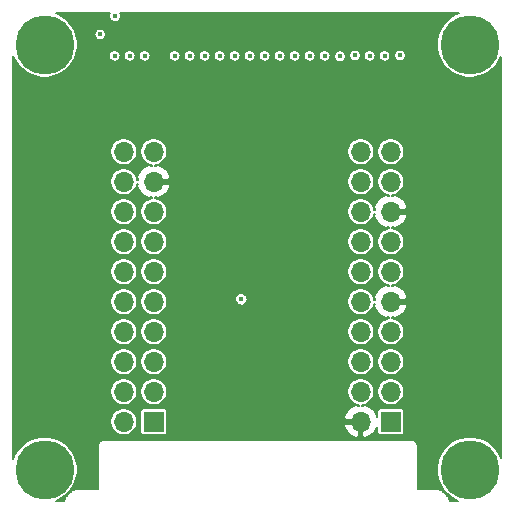
<source format=gbr>
G04 #@! TF.GenerationSoftware,KiCad,Pcbnew,(5.1.6)-1*
G04 #@! TF.CreationDate,2020-10-15T11:20:42+02:00*
G04 #@! TF.ProjectId,DynOSSAT-EDU-HeaderAdapter,44796e4f-5353-4415-942d-4544552d4865,rev?*
G04 #@! TF.SameCoordinates,Original*
G04 #@! TF.FileFunction,Copper,L2,Inr*
G04 #@! TF.FilePolarity,Positive*
%FSLAX46Y46*%
G04 Gerber Fmt 4.6, Leading zero omitted, Abs format (unit mm)*
G04 Created by KiCad (PCBNEW (5.1.6)-1) date 2020-10-15 11:20:42*
%MOMM*%
%LPD*%
G01*
G04 APERTURE LIST*
G04 #@! TA.AperFunction,ViaPad*
%ADD10C,5.000000*%
G04 #@! TD*
G04 #@! TA.AperFunction,ViaPad*
%ADD11C,0.800000*%
G04 #@! TD*
G04 #@! TA.AperFunction,ViaPad*
%ADD12R,1.700000X1.700000*%
G04 #@! TD*
G04 #@! TA.AperFunction,ViaPad*
%ADD13O,1.700000X1.700000*%
G04 #@! TD*
G04 #@! TA.AperFunction,ViaPad*
%ADD14C,0.400000*%
G04 #@! TD*
G04 #@! TA.AperFunction,ViaPad*
%ADD15C,0.450000*%
G04 #@! TD*
G04 #@! TA.AperFunction,Conductor*
%ADD16C,0.200000*%
G04 #@! TD*
G04 APERTURE END LIST*
D10*
X153366000Y-84858200D03*
D11*
X155241000Y-84858200D03*
X154691825Y-86184025D03*
X153366000Y-86733200D03*
X152040175Y-86184025D03*
X151491000Y-84858200D03*
X152040175Y-83532375D03*
X153366000Y-82983200D03*
X154691825Y-83532375D03*
D10*
X153366000Y-120853200D03*
D11*
X155241000Y-120853200D03*
X154691825Y-122179025D03*
X153366000Y-122728200D03*
X152040175Y-122179025D03*
X151491000Y-120853200D03*
X152040175Y-119527375D03*
X153366000Y-118978200D03*
X154691825Y-119527375D03*
X118689825Y-119517375D03*
X117364000Y-118968200D03*
X116038175Y-119517375D03*
X115489000Y-120843200D03*
X116038175Y-122169025D03*
X117364000Y-122718200D03*
X118689825Y-122169025D03*
X119239000Y-120843200D03*
D10*
X117364000Y-120843200D03*
D11*
X118689825Y-83532375D03*
X117364000Y-82983200D03*
X116038175Y-83532375D03*
X115489000Y-84858200D03*
X116038175Y-86184025D03*
X117364000Y-86733200D03*
X118689825Y-86184025D03*
X119239000Y-84858200D03*
D10*
X117364000Y-84858200D03*
D12*
X126593600Y-116789200D03*
D13*
X124053600Y-116789200D03*
X126593600Y-114249200D03*
X124053600Y-114249200D03*
X126593600Y-111709200D03*
X124053600Y-111709200D03*
X126593600Y-109169200D03*
X124053600Y-109169200D03*
X126593600Y-106629200D03*
X124053600Y-106629200D03*
X126593600Y-104089200D03*
X124053600Y-104089200D03*
X126593600Y-101549200D03*
X124053600Y-101549200D03*
X126593600Y-99009200D03*
X124053600Y-99009200D03*
X126593600Y-96469200D03*
X124053600Y-96469200D03*
X126593600Y-93929200D03*
X124053600Y-93929200D03*
X144119600Y-93929200D03*
X146659600Y-93929200D03*
X144119600Y-96469200D03*
X146659600Y-96469200D03*
X144119600Y-99009200D03*
X146659600Y-99009200D03*
X144119600Y-101549200D03*
X146659600Y-101549200D03*
X144119600Y-104089200D03*
X146659600Y-104089200D03*
X144119600Y-106629200D03*
X146659600Y-106629200D03*
X144119600Y-109169200D03*
X146659600Y-109169200D03*
X144119600Y-111709200D03*
X146659600Y-111709200D03*
X144119600Y-114249200D03*
X146659600Y-114249200D03*
X144119600Y-116789200D03*
D12*
X146659600Y-116789200D03*
D14*
X125831600Y-85801200D03*
X122783600Y-95199200D03*
X122783600Y-97739200D03*
X122783600Y-100279200D03*
X148437600Y-87579200D03*
X127101600Y-85801200D03*
X142367000Y-82499200D03*
X128371600Y-85801200D03*
X129641600Y-85801200D03*
X130911600Y-85801200D03*
X132181600Y-85801200D03*
X133451600Y-85801200D03*
X134721600Y-85801200D03*
X135991600Y-85801200D03*
X137261600Y-85801200D03*
X138531600Y-85801200D03*
X139801600Y-85801200D03*
X141071600Y-85801200D03*
X143637000Y-85775800D03*
X144881600Y-85801200D03*
X146151600Y-85801200D03*
X147447000Y-85775800D03*
X123291600Y-85801200D03*
X142367000Y-85852000D03*
X122072400Y-83997800D03*
X123317000Y-82448400D03*
X124561600Y-85801200D03*
D15*
X134027000Y-106426000D03*
D16*
G36*
X152039703Y-82376872D02*
G01*
X151581104Y-82683298D01*
X151191098Y-83073304D01*
X150884672Y-83531903D01*
X150673602Y-84041470D01*
X150566000Y-84582424D01*
X150566000Y-85133976D01*
X150673602Y-85674930D01*
X150884672Y-86184497D01*
X151191098Y-86643096D01*
X151581104Y-87033102D01*
X152039703Y-87339528D01*
X152549270Y-87550598D01*
X153090224Y-87658200D01*
X153641776Y-87658200D01*
X154182730Y-87550598D01*
X154692297Y-87339528D01*
X155150896Y-87033102D01*
X155540902Y-86643096D01*
X155847328Y-86184497D01*
X155973000Y-85881099D01*
X155973001Y-119830304D01*
X155847328Y-119526903D01*
X155540902Y-119068304D01*
X155150896Y-118678298D01*
X154692297Y-118371872D01*
X154182730Y-118160802D01*
X153641776Y-118053200D01*
X153090224Y-118053200D01*
X152549270Y-118160802D01*
X152039703Y-118371872D01*
X151581104Y-118678298D01*
X151191098Y-119068304D01*
X150884672Y-119526903D01*
X150673602Y-120036470D01*
X150566000Y-120577424D01*
X150566000Y-121128976D01*
X150673602Y-121669930D01*
X150884672Y-122179497D01*
X151191098Y-122638096D01*
X151581104Y-123028102D01*
X152039703Y-123334528D01*
X152345033Y-123461000D01*
X151666292Y-123461000D01*
X151628092Y-123337594D01*
X151614920Y-123306259D01*
X151602189Y-123274749D01*
X151599731Y-123270125D01*
X151506907Y-123098449D01*
X151487900Y-123070270D01*
X151469289Y-123041830D01*
X151465980Y-123037772D01*
X151341576Y-122887394D01*
X151317430Y-122863416D01*
X151293679Y-122839163D01*
X151289645Y-122835825D01*
X151138403Y-122712475D01*
X151110090Y-122693664D01*
X151082050Y-122674464D01*
X151077444Y-122671974D01*
X150905121Y-122580348D01*
X150873686Y-122567392D01*
X150842459Y-122554008D01*
X150837457Y-122552459D01*
X150650621Y-122496050D01*
X150617273Y-122489447D01*
X150584035Y-122482382D01*
X150578827Y-122481835D01*
X150384594Y-122462790D01*
X150366419Y-122461000D01*
X148939600Y-122461000D01*
X148939600Y-118746019D01*
X148941414Y-118727600D01*
X148934174Y-118654087D01*
X148912731Y-118583400D01*
X148877909Y-118518253D01*
X148831048Y-118461152D01*
X148773947Y-118414291D01*
X148708800Y-118379469D01*
X148638113Y-118358026D01*
X148583019Y-118352600D01*
X148564600Y-118350786D01*
X148546181Y-118352600D01*
X122294019Y-118352600D01*
X122275600Y-118350786D01*
X122257181Y-118352600D01*
X122202087Y-118358026D01*
X122131400Y-118379469D01*
X122066253Y-118414291D01*
X122009152Y-118461152D01*
X121962291Y-118518253D01*
X121927469Y-118583400D01*
X121906026Y-118654087D01*
X121898786Y-118727600D01*
X121900600Y-118746019D01*
X121900601Y-122459711D01*
X120327525Y-122461018D01*
X120311599Y-122462600D01*
X120307031Y-122462568D01*
X120301820Y-122463078D01*
X120107723Y-122483479D01*
X120074359Y-122490328D01*
X120041045Y-122496683D01*
X120036036Y-122498195D01*
X120036030Y-122498196D01*
X120036024Y-122498198D01*
X119849594Y-122555908D01*
X119818259Y-122569080D01*
X119786749Y-122581811D01*
X119782125Y-122584269D01*
X119610449Y-122677093D01*
X119582270Y-122696100D01*
X119553830Y-122714711D01*
X119549772Y-122718020D01*
X119399394Y-122842424D01*
X119375416Y-122866570D01*
X119351163Y-122890321D01*
X119347825Y-122894355D01*
X119224475Y-123045597D01*
X119205664Y-123073910D01*
X119186464Y-123101950D01*
X119183974Y-123106556D01*
X119092348Y-123278879D01*
X119079392Y-123310314D01*
X119066008Y-123341541D01*
X119064459Y-123346543D01*
X119029902Y-123461000D01*
X118360825Y-123461000D01*
X118690297Y-123324528D01*
X119148896Y-123018102D01*
X119538902Y-122628096D01*
X119845328Y-122169497D01*
X120056398Y-121659930D01*
X120164000Y-121118976D01*
X120164000Y-120567424D01*
X120056398Y-120026470D01*
X119845328Y-119516903D01*
X119538902Y-119058304D01*
X119148896Y-118668298D01*
X118690297Y-118361872D01*
X118180730Y-118150802D01*
X117639776Y-118043200D01*
X117088224Y-118043200D01*
X116547270Y-118150802D01*
X116037703Y-118361872D01*
X115579104Y-118668298D01*
X115189098Y-119058304D01*
X114882672Y-119516903D01*
X114723000Y-119902385D01*
X114723000Y-116675935D01*
X122903600Y-116675935D01*
X122903600Y-116902465D01*
X122947794Y-117124643D01*
X123034484Y-117333929D01*
X123160337Y-117522282D01*
X123320518Y-117682463D01*
X123508871Y-117808316D01*
X123718157Y-117895006D01*
X123940335Y-117939200D01*
X124166865Y-117939200D01*
X124389043Y-117895006D01*
X124598329Y-117808316D01*
X124786682Y-117682463D01*
X124946863Y-117522282D01*
X125072716Y-117333929D01*
X125159406Y-117124643D01*
X125203600Y-116902465D01*
X125203600Y-116675935D01*
X125159406Y-116453757D01*
X125072716Y-116244471D01*
X124946863Y-116056118D01*
X124829945Y-115939200D01*
X125442149Y-115939200D01*
X125442149Y-117639200D01*
X125447941Y-117698010D01*
X125465096Y-117754560D01*
X125492953Y-117806677D01*
X125530442Y-117852358D01*
X125576123Y-117889847D01*
X125628240Y-117917704D01*
X125684790Y-117934859D01*
X125743600Y-117940651D01*
X127443600Y-117940651D01*
X127502410Y-117934859D01*
X127558960Y-117917704D01*
X127611077Y-117889847D01*
X127656758Y-117852358D01*
X127694247Y-117806677D01*
X127722104Y-117754560D01*
X127739259Y-117698010D01*
X127745051Y-117639200D01*
X127745051Y-117168110D01*
X142711697Y-117168110D01*
X142738454Y-117256339D01*
X142856127Y-117516811D01*
X143022354Y-117749322D01*
X143230748Y-117944936D01*
X143473300Y-118096135D01*
X143740689Y-118197109D01*
X143965600Y-118087050D01*
X143965600Y-116943200D01*
X142822711Y-116943200D01*
X142711697Y-117168110D01*
X127745051Y-117168110D01*
X127745051Y-116410290D01*
X142711697Y-116410290D01*
X142822711Y-116635200D01*
X143965600Y-116635200D01*
X143965600Y-116615200D01*
X144273600Y-116615200D01*
X144273600Y-116635200D01*
X144293600Y-116635200D01*
X144293600Y-116943200D01*
X144273600Y-116943200D01*
X144273600Y-118087050D01*
X144498511Y-118197109D01*
X144765900Y-118096135D01*
X145008452Y-117944936D01*
X145216846Y-117749322D01*
X145383073Y-117516811D01*
X145500746Y-117256339D01*
X145508149Y-117231928D01*
X145508149Y-117639200D01*
X145513941Y-117698010D01*
X145531096Y-117754560D01*
X145558953Y-117806677D01*
X145596442Y-117852358D01*
X145642123Y-117889847D01*
X145694240Y-117917704D01*
X145750790Y-117934859D01*
X145809600Y-117940651D01*
X147509600Y-117940651D01*
X147568410Y-117934859D01*
X147624960Y-117917704D01*
X147677077Y-117889847D01*
X147722758Y-117852358D01*
X147760247Y-117806677D01*
X147788104Y-117754560D01*
X147805259Y-117698010D01*
X147811051Y-117639200D01*
X147811051Y-115939200D01*
X147805259Y-115880390D01*
X147788104Y-115823840D01*
X147760247Y-115771723D01*
X147722758Y-115726042D01*
X147677077Y-115688553D01*
X147624960Y-115660696D01*
X147568410Y-115643541D01*
X147509600Y-115637749D01*
X145809600Y-115637749D01*
X145750790Y-115643541D01*
X145694240Y-115660696D01*
X145642123Y-115688553D01*
X145596442Y-115726042D01*
X145558953Y-115771723D01*
X145531096Y-115823840D01*
X145513941Y-115880390D01*
X145508149Y-115939200D01*
X145508149Y-116346472D01*
X145500746Y-116322061D01*
X145383073Y-116061589D01*
X145216846Y-115829078D01*
X145008452Y-115633464D01*
X144765900Y-115482265D01*
X144498511Y-115381291D01*
X144273602Y-115491349D01*
X144273602Y-115391097D01*
X144455043Y-115355006D01*
X144664329Y-115268316D01*
X144852682Y-115142463D01*
X145012863Y-114982282D01*
X145138716Y-114793929D01*
X145225406Y-114584643D01*
X145269600Y-114362465D01*
X145269600Y-114135935D01*
X145509600Y-114135935D01*
X145509600Y-114362465D01*
X145553794Y-114584643D01*
X145640484Y-114793929D01*
X145766337Y-114982282D01*
X145926518Y-115142463D01*
X146114871Y-115268316D01*
X146324157Y-115355006D01*
X146546335Y-115399200D01*
X146772865Y-115399200D01*
X146995043Y-115355006D01*
X147204329Y-115268316D01*
X147392682Y-115142463D01*
X147552863Y-114982282D01*
X147678716Y-114793929D01*
X147765406Y-114584643D01*
X147809600Y-114362465D01*
X147809600Y-114135935D01*
X147765406Y-113913757D01*
X147678716Y-113704471D01*
X147552863Y-113516118D01*
X147392682Y-113355937D01*
X147204329Y-113230084D01*
X146995043Y-113143394D01*
X146772865Y-113099200D01*
X146546335Y-113099200D01*
X146324157Y-113143394D01*
X146114871Y-113230084D01*
X145926518Y-113355937D01*
X145766337Y-113516118D01*
X145640484Y-113704471D01*
X145553794Y-113913757D01*
X145509600Y-114135935D01*
X145269600Y-114135935D01*
X145225406Y-113913757D01*
X145138716Y-113704471D01*
X145012863Y-113516118D01*
X144852682Y-113355937D01*
X144664329Y-113230084D01*
X144455043Y-113143394D01*
X144232865Y-113099200D01*
X144006335Y-113099200D01*
X143784157Y-113143394D01*
X143574871Y-113230084D01*
X143386518Y-113355937D01*
X143226337Y-113516118D01*
X143100484Y-113704471D01*
X143013794Y-113913757D01*
X142969600Y-114135935D01*
X142969600Y-114362465D01*
X143013794Y-114584643D01*
X143100484Y-114793929D01*
X143226337Y-114982282D01*
X143386518Y-115142463D01*
X143574871Y-115268316D01*
X143784157Y-115355006D01*
X143965598Y-115391097D01*
X143965598Y-115491349D01*
X143740689Y-115381291D01*
X143473300Y-115482265D01*
X143230748Y-115633464D01*
X143022354Y-115829078D01*
X142856127Y-116061589D01*
X142738454Y-116322061D01*
X142711697Y-116410290D01*
X127745051Y-116410290D01*
X127745051Y-115939200D01*
X127739259Y-115880390D01*
X127722104Y-115823840D01*
X127694247Y-115771723D01*
X127656758Y-115726042D01*
X127611077Y-115688553D01*
X127558960Y-115660696D01*
X127502410Y-115643541D01*
X127443600Y-115637749D01*
X125743600Y-115637749D01*
X125684790Y-115643541D01*
X125628240Y-115660696D01*
X125576123Y-115688553D01*
X125530442Y-115726042D01*
X125492953Y-115771723D01*
X125465096Y-115823840D01*
X125447941Y-115880390D01*
X125442149Y-115939200D01*
X124829945Y-115939200D01*
X124786682Y-115895937D01*
X124598329Y-115770084D01*
X124389043Y-115683394D01*
X124166865Y-115639200D01*
X123940335Y-115639200D01*
X123718157Y-115683394D01*
X123508871Y-115770084D01*
X123320518Y-115895937D01*
X123160337Y-116056118D01*
X123034484Y-116244471D01*
X122947794Y-116453757D01*
X122903600Y-116675935D01*
X114723000Y-116675935D01*
X114723000Y-114135935D01*
X122903600Y-114135935D01*
X122903600Y-114362465D01*
X122947794Y-114584643D01*
X123034484Y-114793929D01*
X123160337Y-114982282D01*
X123320518Y-115142463D01*
X123508871Y-115268316D01*
X123718157Y-115355006D01*
X123940335Y-115399200D01*
X124166865Y-115399200D01*
X124389043Y-115355006D01*
X124598329Y-115268316D01*
X124786682Y-115142463D01*
X124946863Y-114982282D01*
X125072716Y-114793929D01*
X125159406Y-114584643D01*
X125203600Y-114362465D01*
X125203600Y-114135935D01*
X125443600Y-114135935D01*
X125443600Y-114362465D01*
X125487794Y-114584643D01*
X125574484Y-114793929D01*
X125700337Y-114982282D01*
X125860518Y-115142463D01*
X126048871Y-115268316D01*
X126258157Y-115355006D01*
X126480335Y-115399200D01*
X126706865Y-115399200D01*
X126929043Y-115355006D01*
X127138329Y-115268316D01*
X127326682Y-115142463D01*
X127486863Y-114982282D01*
X127612716Y-114793929D01*
X127699406Y-114584643D01*
X127743600Y-114362465D01*
X127743600Y-114135935D01*
X127699406Y-113913757D01*
X127612716Y-113704471D01*
X127486863Y-113516118D01*
X127326682Y-113355937D01*
X127138329Y-113230084D01*
X126929043Y-113143394D01*
X126706865Y-113099200D01*
X126480335Y-113099200D01*
X126258157Y-113143394D01*
X126048871Y-113230084D01*
X125860518Y-113355937D01*
X125700337Y-113516118D01*
X125574484Y-113704471D01*
X125487794Y-113913757D01*
X125443600Y-114135935D01*
X125203600Y-114135935D01*
X125159406Y-113913757D01*
X125072716Y-113704471D01*
X124946863Y-113516118D01*
X124786682Y-113355937D01*
X124598329Y-113230084D01*
X124389043Y-113143394D01*
X124166865Y-113099200D01*
X123940335Y-113099200D01*
X123718157Y-113143394D01*
X123508871Y-113230084D01*
X123320518Y-113355937D01*
X123160337Y-113516118D01*
X123034484Y-113704471D01*
X122947794Y-113913757D01*
X122903600Y-114135935D01*
X114723000Y-114135935D01*
X114723000Y-111595935D01*
X122903600Y-111595935D01*
X122903600Y-111822465D01*
X122947794Y-112044643D01*
X123034484Y-112253929D01*
X123160337Y-112442282D01*
X123320518Y-112602463D01*
X123508871Y-112728316D01*
X123718157Y-112815006D01*
X123940335Y-112859200D01*
X124166865Y-112859200D01*
X124389043Y-112815006D01*
X124598329Y-112728316D01*
X124786682Y-112602463D01*
X124946863Y-112442282D01*
X125072716Y-112253929D01*
X125159406Y-112044643D01*
X125203600Y-111822465D01*
X125203600Y-111595935D01*
X125443600Y-111595935D01*
X125443600Y-111822465D01*
X125487794Y-112044643D01*
X125574484Y-112253929D01*
X125700337Y-112442282D01*
X125860518Y-112602463D01*
X126048871Y-112728316D01*
X126258157Y-112815006D01*
X126480335Y-112859200D01*
X126706865Y-112859200D01*
X126929043Y-112815006D01*
X127138329Y-112728316D01*
X127326682Y-112602463D01*
X127486863Y-112442282D01*
X127612716Y-112253929D01*
X127699406Y-112044643D01*
X127743600Y-111822465D01*
X127743600Y-111595935D01*
X142969600Y-111595935D01*
X142969600Y-111822465D01*
X143013794Y-112044643D01*
X143100484Y-112253929D01*
X143226337Y-112442282D01*
X143386518Y-112602463D01*
X143574871Y-112728316D01*
X143784157Y-112815006D01*
X144006335Y-112859200D01*
X144232865Y-112859200D01*
X144455043Y-112815006D01*
X144664329Y-112728316D01*
X144852682Y-112602463D01*
X145012863Y-112442282D01*
X145138716Y-112253929D01*
X145225406Y-112044643D01*
X145269600Y-111822465D01*
X145269600Y-111595935D01*
X145509600Y-111595935D01*
X145509600Y-111822465D01*
X145553794Y-112044643D01*
X145640484Y-112253929D01*
X145766337Y-112442282D01*
X145926518Y-112602463D01*
X146114871Y-112728316D01*
X146324157Y-112815006D01*
X146546335Y-112859200D01*
X146772865Y-112859200D01*
X146995043Y-112815006D01*
X147204329Y-112728316D01*
X147392682Y-112602463D01*
X147552863Y-112442282D01*
X147678716Y-112253929D01*
X147765406Y-112044643D01*
X147809600Y-111822465D01*
X147809600Y-111595935D01*
X147765406Y-111373757D01*
X147678716Y-111164471D01*
X147552863Y-110976118D01*
X147392682Y-110815937D01*
X147204329Y-110690084D01*
X146995043Y-110603394D01*
X146772865Y-110559200D01*
X146546335Y-110559200D01*
X146324157Y-110603394D01*
X146114871Y-110690084D01*
X145926518Y-110815937D01*
X145766337Y-110976118D01*
X145640484Y-111164471D01*
X145553794Y-111373757D01*
X145509600Y-111595935D01*
X145269600Y-111595935D01*
X145225406Y-111373757D01*
X145138716Y-111164471D01*
X145012863Y-110976118D01*
X144852682Y-110815937D01*
X144664329Y-110690084D01*
X144455043Y-110603394D01*
X144232865Y-110559200D01*
X144006335Y-110559200D01*
X143784157Y-110603394D01*
X143574871Y-110690084D01*
X143386518Y-110815937D01*
X143226337Y-110976118D01*
X143100484Y-111164471D01*
X143013794Y-111373757D01*
X142969600Y-111595935D01*
X127743600Y-111595935D01*
X127699406Y-111373757D01*
X127612716Y-111164471D01*
X127486863Y-110976118D01*
X127326682Y-110815937D01*
X127138329Y-110690084D01*
X126929043Y-110603394D01*
X126706865Y-110559200D01*
X126480335Y-110559200D01*
X126258157Y-110603394D01*
X126048871Y-110690084D01*
X125860518Y-110815937D01*
X125700337Y-110976118D01*
X125574484Y-111164471D01*
X125487794Y-111373757D01*
X125443600Y-111595935D01*
X125203600Y-111595935D01*
X125159406Y-111373757D01*
X125072716Y-111164471D01*
X124946863Y-110976118D01*
X124786682Y-110815937D01*
X124598329Y-110690084D01*
X124389043Y-110603394D01*
X124166865Y-110559200D01*
X123940335Y-110559200D01*
X123718157Y-110603394D01*
X123508871Y-110690084D01*
X123320518Y-110815937D01*
X123160337Y-110976118D01*
X123034484Y-111164471D01*
X122947794Y-111373757D01*
X122903600Y-111595935D01*
X114723000Y-111595935D01*
X114723000Y-109055935D01*
X122903600Y-109055935D01*
X122903600Y-109282465D01*
X122947794Y-109504643D01*
X123034484Y-109713929D01*
X123160337Y-109902282D01*
X123320518Y-110062463D01*
X123508871Y-110188316D01*
X123718157Y-110275006D01*
X123940335Y-110319200D01*
X124166865Y-110319200D01*
X124389043Y-110275006D01*
X124598329Y-110188316D01*
X124786682Y-110062463D01*
X124946863Y-109902282D01*
X125072716Y-109713929D01*
X125159406Y-109504643D01*
X125203600Y-109282465D01*
X125203600Y-109055935D01*
X125443600Y-109055935D01*
X125443600Y-109282465D01*
X125487794Y-109504643D01*
X125574484Y-109713929D01*
X125700337Y-109902282D01*
X125860518Y-110062463D01*
X126048871Y-110188316D01*
X126258157Y-110275006D01*
X126480335Y-110319200D01*
X126706865Y-110319200D01*
X126929043Y-110275006D01*
X127138329Y-110188316D01*
X127326682Y-110062463D01*
X127486863Y-109902282D01*
X127612716Y-109713929D01*
X127699406Y-109504643D01*
X127743600Y-109282465D01*
X127743600Y-109055935D01*
X142969600Y-109055935D01*
X142969600Y-109282465D01*
X143013794Y-109504643D01*
X143100484Y-109713929D01*
X143226337Y-109902282D01*
X143386518Y-110062463D01*
X143574871Y-110188316D01*
X143784157Y-110275006D01*
X144006335Y-110319200D01*
X144232865Y-110319200D01*
X144455043Y-110275006D01*
X144664329Y-110188316D01*
X144852682Y-110062463D01*
X145012863Y-109902282D01*
X145138716Y-109713929D01*
X145225406Y-109504643D01*
X145269600Y-109282465D01*
X145269600Y-109055935D01*
X145225406Y-108833757D01*
X145138716Y-108624471D01*
X145012863Y-108436118D01*
X144852682Y-108275937D01*
X144664329Y-108150084D01*
X144455043Y-108063394D01*
X144232865Y-108019200D01*
X144006335Y-108019200D01*
X143784157Y-108063394D01*
X143574871Y-108150084D01*
X143386518Y-108275937D01*
X143226337Y-108436118D01*
X143100484Y-108624471D01*
X143013794Y-108833757D01*
X142969600Y-109055935D01*
X127743600Y-109055935D01*
X127699406Y-108833757D01*
X127612716Y-108624471D01*
X127486863Y-108436118D01*
X127326682Y-108275937D01*
X127138329Y-108150084D01*
X126929043Y-108063394D01*
X126706865Y-108019200D01*
X126480335Y-108019200D01*
X126258157Y-108063394D01*
X126048871Y-108150084D01*
X125860518Y-108275937D01*
X125700337Y-108436118D01*
X125574484Y-108624471D01*
X125487794Y-108833757D01*
X125443600Y-109055935D01*
X125203600Y-109055935D01*
X125159406Y-108833757D01*
X125072716Y-108624471D01*
X124946863Y-108436118D01*
X124786682Y-108275937D01*
X124598329Y-108150084D01*
X124389043Y-108063394D01*
X124166865Y-108019200D01*
X123940335Y-108019200D01*
X123718157Y-108063394D01*
X123508871Y-108150084D01*
X123320518Y-108275937D01*
X123160337Y-108436118D01*
X123034484Y-108624471D01*
X122947794Y-108833757D01*
X122903600Y-109055935D01*
X114723000Y-109055935D01*
X114723000Y-106515935D01*
X122903600Y-106515935D01*
X122903600Y-106742465D01*
X122947794Y-106964643D01*
X123034484Y-107173929D01*
X123160337Y-107362282D01*
X123320518Y-107522463D01*
X123508871Y-107648316D01*
X123718157Y-107735006D01*
X123940335Y-107779200D01*
X124166865Y-107779200D01*
X124389043Y-107735006D01*
X124598329Y-107648316D01*
X124786682Y-107522463D01*
X124946863Y-107362282D01*
X125072716Y-107173929D01*
X125159406Y-106964643D01*
X125203600Y-106742465D01*
X125203600Y-106515935D01*
X125443600Y-106515935D01*
X125443600Y-106742465D01*
X125487794Y-106964643D01*
X125574484Y-107173929D01*
X125700337Y-107362282D01*
X125860518Y-107522463D01*
X126048871Y-107648316D01*
X126258157Y-107735006D01*
X126480335Y-107779200D01*
X126706865Y-107779200D01*
X126929043Y-107735006D01*
X127138329Y-107648316D01*
X127326682Y-107522463D01*
X127486863Y-107362282D01*
X127612716Y-107173929D01*
X127699406Y-106964643D01*
X127743600Y-106742465D01*
X127743600Y-106515935D01*
X127715426Y-106374292D01*
X133502000Y-106374292D01*
X133502000Y-106477708D01*
X133522176Y-106579137D01*
X133561751Y-106674681D01*
X133619206Y-106760668D01*
X133692332Y-106833794D01*
X133778319Y-106891249D01*
X133873863Y-106930824D01*
X133975292Y-106951000D01*
X134078708Y-106951000D01*
X134180137Y-106930824D01*
X134275681Y-106891249D01*
X134361668Y-106833794D01*
X134434794Y-106760668D01*
X134492249Y-106674681D01*
X134531824Y-106579137D01*
X134544395Y-106515935D01*
X142969600Y-106515935D01*
X142969600Y-106742465D01*
X143013794Y-106964643D01*
X143100484Y-107173929D01*
X143226337Y-107362282D01*
X143386518Y-107522463D01*
X143574871Y-107648316D01*
X143784157Y-107735006D01*
X144006335Y-107779200D01*
X144232865Y-107779200D01*
X144455043Y-107735006D01*
X144664329Y-107648316D01*
X144852682Y-107522463D01*
X145012863Y-107362282D01*
X145138716Y-107173929D01*
X145225406Y-106964643D01*
X145261497Y-106783202D01*
X145362710Y-106783202D01*
X145251697Y-107008110D01*
X145278454Y-107096339D01*
X145396127Y-107356811D01*
X145562354Y-107589322D01*
X145770748Y-107784936D01*
X146013300Y-107936135D01*
X146280689Y-108037109D01*
X146505598Y-107927051D01*
X146505598Y-108027303D01*
X146324157Y-108063394D01*
X146114871Y-108150084D01*
X145926518Y-108275937D01*
X145766337Y-108436118D01*
X145640484Y-108624471D01*
X145553794Y-108833757D01*
X145509600Y-109055935D01*
X145509600Y-109282465D01*
X145553794Y-109504643D01*
X145640484Y-109713929D01*
X145766337Y-109902282D01*
X145926518Y-110062463D01*
X146114871Y-110188316D01*
X146324157Y-110275006D01*
X146546335Y-110319200D01*
X146772865Y-110319200D01*
X146995043Y-110275006D01*
X147204329Y-110188316D01*
X147392682Y-110062463D01*
X147552863Y-109902282D01*
X147678716Y-109713929D01*
X147765406Y-109504643D01*
X147809600Y-109282465D01*
X147809600Y-109055935D01*
X147765406Y-108833757D01*
X147678716Y-108624471D01*
X147552863Y-108436118D01*
X147392682Y-108275937D01*
X147204329Y-108150084D01*
X146995043Y-108063394D01*
X146813602Y-108027303D01*
X146813602Y-107927051D01*
X147038511Y-108037109D01*
X147305900Y-107936135D01*
X147548452Y-107784936D01*
X147756846Y-107589322D01*
X147923073Y-107356811D01*
X148040746Y-107096339D01*
X148067503Y-107008110D01*
X147956489Y-106783200D01*
X146813600Y-106783200D01*
X146813600Y-106803200D01*
X146505600Y-106803200D01*
X146505600Y-106783200D01*
X146485600Y-106783200D01*
X146485600Y-106475200D01*
X146505600Y-106475200D01*
X146505600Y-106455200D01*
X146813600Y-106455200D01*
X146813600Y-106475200D01*
X147956489Y-106475200D01*
X148067503Y-106250290D01*
X148040746Y-106162061D01*
X147923073Y-105901589D01*
X147756846Y-105669078D01*
X147548452Y-105473464D01*
X147305900Y-105322265D01*
X147038511Y-105221291D01*
X146813602Y-105331349D01*
X146813602Y-105231097D01*
X146995043Y-105195006D01*
X147204329Y-105108316D01*
X147392682Y-104982463D01*
X147552863Y-104822282D01*
X147678716Y-104633929D01*
X147765406Y-104424643D01*
X147809600Y-104202465D01*
X147809600Y-103975935D01*
X147765406Y-103753757D01*
X147678716Y-103544471D01*
X147552863Y-103356118D01*
X147392682Y-103195937D01*
X147204329Y-103070084D01*
X146995043Y-102983394D01*
X146772865Y-102939200D01*
X146546335Y-102939200D01*
X146324157Y-102983394D01*
X146114871Y-103070084D01*
X145926518Y-103195937D01*
X145766337Y-103356118D01*
X145640484Y-103544471D01*
X145553794Y-103753757D01*
X145509600Y-103975935D01*
X145509600Y-104202465D01*
X145553794Y-104424643D01*
X145640484Y-104633929D01*
X145766337Y-104822282D01*
X145926518Y-104982463D01*
X146114871Y-105108316D01*
X146324157Y-105195006D01*
X146505598Y-105231097D01*
X146505598Y-105331349D01*
X146280689Y-105221291D01*
X146013300Y-105322265D01*
X145770748Y-105473464D01*
X145562354Y-105669078D01*
X145396127Y-105901589D01*
X145278454Y-106162061D01*
X145251697Y-106250290D01*
X145362710Y-106475198D01*
X145261497Y-106475198D01*
X145225406Y-106293757D01*
X145138716Y-106084471D01*
X145012863Y-105896118D01*
X144852682Y-105735937D01*
X144664329Y-105610084D01*
X144455043Y-105523394D01*
X144232865Y-105479200D01*
X144006335Y-105479200D01*
X143784157Y-105523394D01*
X143574871Y-105610084D01*
X143386518Y-105735937D01*
X143226337Y-105896118D01*
X143100484Y-106084471D01*
X143013794Y-106293757D01*
X142969600Y-106515935D01*
X134544395Y-106515935D01*
X134552000Y-106477708D01*
X134552000Y-106374292D01*
X134531824Y-106272863D01*
X134492249Y-106177319D01*
X134434794Y-106091332D01*
X134361668Y-106018206D01*
X134275681Y-105960751D01*
X134180137Y-105921176D01*
X134078708Y-105901000D01*
X133975292Y-105901000D01*
X133873863Y-105921176D01*
X133778319Y-105960751D01*
X133692332Y-106018206D01*
X133619206Y-106091332D01*
X133561751Y-106177319D01*
X133522176Y-106272863D01*
X133502000Y-106374292D01*
X127715426Y-106374292D01*
X127699406Y-106293757D01*
X127612716Y-106084471D01*
X127486863Y-105896118D01*
X127326682Y-105735937D01*
X127138329Y-105610084D01*
X126929043Y-105523394D01*
X126706865Y-105479200D01*
X126480335Y-105479200D01*
X126258157Y-105523394D01*
X126048871Y-105610084D01*
X125860518Y-105735937D01*
X125700337Y-105896118D01*
X125574484Y-106084471D01*
X125487794Y-106293757D01*
X125443600Y-106515935D01*
X125203600Y-106515935D01*
X125159406Y-106293757D01*
X125072716Y-106084471D01*
X124946863Y-105896118D01*
X124786682Y-105735937D01*
X124598329Y-105610084D01*
X124389043Y-105523394D01*
X124166865Y-105479200D01*
X123940335Y-105479200D01*
X123718157Y-105523394D01*
X123508871Y-105610084D01*
X123320518Y-105735937D01*
X123160337Y-105896118D01*
X123034484Y-106084471D01*
X122947794Y-106293757D01*
X122903600Y-106515935D01*
X114723000Y-106515935D01*
X114723000Y-103975935D01*
X122903600Y-103975935D01*
X122903600Y-104202465D01*
X122947794Y-104424643D01*
X123034484Y-104633929D01*
X123160337Y-104822282D01*
X123320518Y-104982463D01*
X123508871Y-105108316D01*
X123718157Y-105195006D01*
X123940335Y-105239200D01*
X124166865Y-105239200D01*
X124389043Y-105195006D01*
X124598329Y-105108316D01*
X124786682Y-104982463D01*
X124946863Y-104822282D01*
X125072716Y-104633929D01*
X125159406Y-104424643D01*
X125203600Y-104202465D01*
X125203600Y-103975935D01*
X125443600Y-103975935D01*
X125443600Y-104202465D01*
X125487794Y-104424643D01*
X125574484Y-104633929D01*
X125700337Y-104822282D01*
X125860518Y-104982463D01*
X126048871Y-105108316D01*
X126258157Y-105195006D01*
X126480335Y-105239200D01*
X126706865Y-105239200D01*
X126929043Y-105195006D01*
X127138329Y-105108316D01*
X127326682Y-104982463D01*
X127486863Y-104822282D01*
X127612716Y-104633929D01*
X127699406Y-104424643D01*
X127743600Y-104202465D01*
X127743600Y-103975935D01*
X142969600Y-103975935D01*
X142969600Y-104202465D01*
X143013794Y-104424643D01*
X143100484Y-104633929D01*
X143226337Y-104822282D01*
X143386518Y-104982463D01*
X143574871Y-105108316D01*
X143784157Y-105195006D01*
X144006335Y-105239200D01*
X144232865Y-105239200D01*
X144455043Y-105195006D01*
X144664329Y-105108316D01*
X144852682Y-104982463D01*
X145012863Y-104822282D01*
X145138716Y-104633929D01*
X145225406Y-104424643D01*
X145269600Y-104202465D01*
X145269600Y-103975935D01*
X145225406Y-103753757D01*
X145138716Y-103544471D01*
X145012863Y-103356118D01*
X144852682Y-103195937D01*
X144664329Y-103070084D01*
X144455043Y-102983394D01*
X144232865Y-102939200D01*
X144006335Y-102939200D01*
X143784157Y-102983394D01*
X143574871Y-103070084D01*
X143386518Y-103195937D01*
X143226337Y-103356118D01*
X143100484Y-103544471D01*
X143013794Y-103753757D01*
X142969600Y-103975935D01*
X127743600Y-103975935D01*
X127699406Y-103753757D01*
X127612716Y-103544471D01*
X127486863Y-103356118D01*
X127326682Y-103195937D01*
X127138329Y-103070084D01*
X126929043Y-102983394D01*
X126706865Y-102939200D01*
X126480335Y-102939200D01*
X126258157Y-102983394D01*
X126048871Y-103070084D01*
X125860518Y-103195937D01*
X125700337Y-103356118D01*
X125574484Y-103544471D01*
X125487794Y-103753757D01*
X125443600Y-103975935D01*
X125203600Y-103975935D01*
X125159406Y-103753757D01*
X125072716Y-103544471D01*
X124946863Y-103356118D01*
X124786682Y-103195937D01*
X124598329Y-103070084D01*
X124389043Y-102983394D01*
X124166865Y-102939200D01*
X123940335Y-102939200D01*
X123718157Y-102983394D01*
X123508871Y-103070084D01*
X123320518Y-103195937D01*
X123160337Y-103356118D01*
X123034484Y-103544471D01*
X122947794Y-103753757D01*
X122903600Y-103975935D01*
X114723000Y-103975935D01*
X114723000Y-101435935D01*
X122903600Y-101435935D01*
X122903600Y-101662465D01*
X122947794Y-101884643D01*
X123034484Y-102093929D01*
X123160337Y-102282282D01*
X123320518Y-102442463D01*
X123508871Y-102568316D01*
X123718157Y-102655006D01*
X123940335Y-102699200D01*
X124166865Y-102699200D01*
X124389043Y-102655006D01*
X124598329Y-102568316D01*
X124786682Y-102442463D01*
X124946863Y-102282282D01*
X125072716Y-102093929D01*
X125159406Y-101884643D01*
X125203600Y-101662465D01*
X125203600Y-101435935D01*
X125443600Y-101435935D01*
X125443600Y-101662465D01*
X125487794Y-101884643D01*
X125574484Y-102093929D01*
X125700337Y-102282282D01*
X125860518Y-102442463D01*
X126048871Y-102568316D01*
X126258157Y-102655006D01*
X126480335Y-102699200D01*
X126706865Y-102699200D01*
X126929043Y-102655006D01*
X127138329Y-102568316D01*
X127326682Y-102442463D01*
X127486863Y-102282282D01*
X127612716Y-102093929D01*
X127699406Y-101884643D01*
X127743600Y-101662465D01*
X127743600Y-101435935D01*
X142969600Y-101435935D01*
X142969600Y-101662465D01*
X143013794Y-101884643D01*
X143100484Y-102093929D01*
X143226337Y-102282282D01*
X143386518Y-102442463D01*
X143574871Y-102568316D01*
X143784157Y-102655006D01*
X144006335Y-102699200D01*
X144232865Y-102699200D01*
X144455043Y-102655006D01*
X144664329Y-102568316D01*
X144852682Y-102442463D01*
X145012863Y-102282282D01*
X145138716Y-102093929D01*
X145225406Y-101884643D01*
X145269600Y-101662465D01*
X145269600Y-101435935D01*
X145225406Y-101213757D01*
X145138716Y-101004471D01*
X145012863Y-100816118D01*
X144852682Y-100655937D01*
X144664329Y-100530084D01*
X144455043Y-100443394D01*
X144232865Y-100399200D01*
X144006335Y-100399200D01*
X143784157Y-100443394D01*
X143574871Y-100530084D01*
X143386518Y-100655937D01*
X143226337Y-100816118D01*
X143100484Y-101004471D01*
X143013794Y-101213757D01*
X142969600Y-101435935D01*
X127743600Y-101435935D01*
X127699406Y-101213757D01*
X127612716Y-101004471D01*
X127486863Y-100816118D01*
X127326682Y-100655937D01*
X127138329Y-100530084D01*
X126929043Y-100443394D01*
X126706865Y-100399200D01*
X126480335Y-100399200D01*
X126258157Y-100443394D01*
X126048871Y-100530084D01*
X125860518Y-100655937D01*
X125700337Y-100816118D01*
X125574484Y-101004471D01*
X125487794Y-101213757D01*
X125443600Y-101435935D01*
X125203600Y-101435935D01*
X125159406Y-101213757D01*
X125072716Y-101004471D01*
X124946863Y-100816118D01*
X124786682Y-100655937D01*
X124598329Y-100530084D01*
X124389043Y-100443394D01*
X124166865Y-100399200D01*
X123940335Y-100399200D01*
X123718157Y-100443394D01*
X123508871Y-100530084D01*
X123320518Y-100655937D01*
X123160337Y-100816118D01*
X123034484Y-101004471D01*
X122947794Y-101213757D01*
X122903600Y-101435935D01*
X114723000Y-101435935D01*
X114723000Y-98895935D01*
X122903600Y-98895935D01*
X122903600Y-99122465D01*
X122947794Y-99344643D01*
X123034484Y-99553929D01*
X123160337Y-99742282D01*
X123320518Y-99902463D01*
X123508871Y-100028316D01*
X123718157Y-100115006D01*
X123940335Y-100159200D01*
X124166865Y-100159200D01*
X124389043Y-100115006D01*
X124598329Y-100028316D01*
X124786682Y-99902463D01*
X124946863Y-99742282D01*
X125072716Y-99553929D01*
X125159406Y-99344643D01*
X125203600Y-99122465D01*
X125203600Y-98895935D01*
X125159406Y-98673757D01*
X125072716Y-98464471D01*
X124946863Y-98276118D01*
X124786682Y-98115937D01*
X124598329Y-97990084D01*
X124389043Y-97903394D01*
X124166865Y-97859200D01*
X123940335Y-97859200D01*
X123718157Y-97903394D01*
X123508871Y-97990084D01*
X123320518Y-98115937D01*
X123160337Y-98276118D01*
X123034484Y-98464471D01*
X122947794Y-98673757D01*
X122903600Y-98895935D01*
X114723000Y-98895935D01*
X114723000Y-96355935D01*
X122903600Y-96355935D01*
X122903600Y-96582465D01*
X122947794Y-96804643D01*
X123034484Y-97013929D01*
X123160337Y-97202282D01*
X123320518Y-97362463D01*
X123508871Y-97488316D01*
X123718157Y-97575006D01*
X123940335Y-97619200D01*
X124166865Y-97619200D01*
X124389043Y-97575006D01*
X124598329Y-97488316D01*
X124786682Y-97362463D01*
X124946863Y-97202282D01*
X125072716Y-97013929D01*
X125159406Y-96804643D01*
X125195497Y-96623202D01*
X125296710Y-96623202D01*
X125185697Y-96848110D01*
X125212454Y-96936339D01*
X125330127Y-97196811D01*
X125496354Y-97429322D01*
X125704748Y-97624936D01*
X125947300Y-97776135D01*
X126214689Y-97877109D01*
X126439598Y-97767051D01*
X126439598Y-97867303D01*
X126258157Y-97903394D01*
X126048871Y-97990084D01*
X125860518Y-98115937D01*
X125700337Y-98276118D01*
X125574484Y-98464471D01*
X125487794Y-98673757D01*
X125443600Y-98895935D01*
X125443600Y-99122465D01*
X125487794Y-99344643D01*
X125574484Y-99553929D01*
X125700337Y-99742282D01*
X125860518Y-99902463D01*
X126048871Y-100028316D01*
X126258157Y-100115006D01*
X126480335Y-100159200D01*
X126706865Y-100159200D01*
X126929043Y-100115006D01*
X127138329Y-100028316D01*
X127326682Y-99902463D01*
X127486863Y-99742282D01*
X127612716Y-99553929D01*
X127699406Y-99344643D01*
X127743600Y-99122465D01*
X127743600Y-98895935D01*
X142969600Y-98895935D01*
X142969600Y-99122465D01*
X143013794Y-99344643D01*
X143100484Y-99553929D01*
X143226337Y-99742282D01*
X143386518Y-99902463D01*
X143574871Y-100028316D01*
X143784157Y-100115006D01*
X144006335Y-100159200D01*
X144232865Y-100159200D01*
X144455043Y-100115006D01*
X144664329Y-100028316D01*
X144852682Y-99902463D01*
X145012863Y-99742282D01*
X145138716Y-99553929D01*
X145225406Y-99344643D01*
X145261497Y-99163202D01*
X145362710Y-99163202D01*
X145251697Y-99388110D01*
X145278454Y-99476339D01*
X145396127Y-99736811D01*
X145562354Y-99969322D01*
X145770748Y-100164936D01*
X146013300Y-100316135D01*
X146280689Y-100417109D01*
X146505598Y-100307051D01*
X146505598Y-100407303D01*
X146324157Y-100443394D01*
X146114871Y-100530084D01*
X145926518Y-100655937D01*
X145766337Y-100816118D01*
X145640484Y-101004471D01*
X145553794Y-101213757D01*
X145509600Y-101435935D01*
X145509600Y-101662465D01*
X145553794Y-101884643D01*
X145640484Y-102093929D01*
X145766337Y-102282282D01*
X145926518Y-102442463D01*
X146114871Y-102568316D01*
X146324157Y-102655006D01*
X146546335Y-102699200D01*
X146772865Y-102699200D01*
X146995043Y-102655006D01*
X147204329Y-102568316D01*
X147392682Y-102442463D01*
X147552863Y-102282282D01*
X147678716Y-102093929D01*
X147765406Y-101884643D01*
X147809600Y-101662465D01*
X147809600Y-101435935D01*
X147765406Y-101213757D01*
X147678716Y-101004471D01*
X147552863Y-100816118D01*
X147392682Y-100655937D01*
X147204329Y-100530084D01*
X146995043Y-100443394D01*
X146813602Y-100407303D01*
X146813602Y-100307051D01*
X147038511Y-100417109D01*
X147305900Y-100316135D01*
X147548452Y-100164936D01*
X147756846Y-99969322D01*
X147923073Y-99736811D01*
X148040746Y-99476339D01*
X148067503Y-99388110D01*
X147956489Y-99163200D01*
X146813600Y-99163200D01*
X146813600Y-99183200D01*
X146505600Y-99183200D01*
X146505600Y-99163200D01*
X146485600Y-99163200D01*
X146485600Y-98855200D01*
X146505600Y-98855200D01*
X146505600Y-98835200D01*
X146813600Y-98835200D01*
X146813600Y-98855200D01*
X147956489Y-98855200D01*
X148067503Y-98630290D01*
X148040746Y-98542061D01*
X147923073Y-98281589D01*
X147756846Y-98049078D01*
X147548452Y-97853464D01*
X147305900Y-97702265D01*
X147038511Y-97601291D01*
X146813602Y-97711349D01*
X146813602Y-97611097D01*
X146995043Y-97575006D01*
X147204329Y-97488316D01*
X147392682Y-97362463D01*
X147552863Y-97202282D01*
X147678716Y-97013929D01*
X147765406Y-96804643D01*
X147809600Y-96582465D01*
X147809600Y-96355935D01*
X147765406Y-96133757D01*
X147678716Y-95924471D01*
X147552863Y-95736118D01*
X147392682Y-95575937D01*
X147204329Y-95450084D01*
X146995043Y-95363394D01*
X146772865Y-95319200D01*
X146546335Y-95319200D01*
X146324157Y-95363394D01*
X146114871Y-95450084D01*
X145926518Y-95575937D01*
X145766337Y-95736118D01*
X145640484Y-95924471D01*
X145553794Y-96133757D01*
X145509600Y-96355935D01*
X145509600Y-96582465D01*
X145553794Y-96804643D01*
X145640484Y-97013929D01*
X145766337Y-97202282D01*
X145926518Y-97362463D01*
X146114871Y-97488316D01*
X146324157Y-97575006D01*
X146505598Y-97611097D01*
X146505598Y-97711349D01*
X146280689Y-97601291D01*
X146013300Y-97702265D01*
X145770748Y-97853464D01*
X145562354Y-98049078D01*
X145396127Y-98281589D01*
X145278454Y-98542061D01*
X145251697Y-98630290D01*
X145362710Y-98855198D01*
X145261497Y-98855198D01*
X145225406Y-98673757D01*
X145138716Y-98464471D01*
X145012863Y-98276118D01*
X144852682Y-98115937D01*
X144664329Y-97990084D01*
X144455043Y-97903394D01*
X144232865Y-97859200D01*
X144006335Y-97859200D01*
X143784157Y-97903394D01*
X143574871Y-97990084D01*
X143386518Y-98115937D01*
X143226337Y-98276118D01*
X143100484Y-98464471D01*
X143013794Y-98673757D01*
X142969600Y-98895935D01*
X127743600Y-98895935D01*
X127699406Y-98673757D01*
X127612716Y-98464471D01*
X127486863Y-98276118D01*
X127326682Y-98115937D01*
X127138329Y-97990084D01*
X126929043Y-97903394D01*
X126747602Y-97867303D01*
X126747602Y-97767051D01*
X126972511Y-97877109D01*
X127239900Y-97776135D01*
X127482452Y-97624936D01*
X127690846Y-97429322D01*
X127857073Y-97196811D01*
X127974746Y-96936339D01*
X128001503Y-96848110D01*
X127890489Y-96623200D01*
X126747600Y-96623200D01*
X126747600Y-96643200D01*
X126439600Y-96643200D01*
X126439600Y-96623200D01*
X126419600Y-96623200D01*
X126419600Y-96355935D01*
X142969600Y-96355935D01*
X142969600Y-96582465D01*
X143013794Y-96804643D01*
X143100484Y-97013929D01*
X143226337Y-97202282D01*
X143386518Y-97362463D01*
X143574871Y-97488316D01*
X143784157Y-97575006D01*
X144006335Y-97619200D01*
X144232865Y-97619200D01*
X144455043Y-97575006D01*
X144664329Y-97488316D01*
X144852682Y-97362463D01*
X145012863Y-97202282D01*
X145138716Y-97013929D01*
X145225406Y-96804643D01*
X145269600Y-96582465D01*
X145269600Y-96355935D01*
X145225406Y-96133757D01*
X145138716Y-95924471D01*
X145012863Y-95736118D01*
X144852682Y-95575937D01*
X144664329Y-95450084D01*
X144455043Y-95363394D01*
X144232865Y-95319200D01*
X144006335Y-95319200D01*
X143784157Y-95363394D01*
X143574871Y-95450084D01*
X143386518Y-95575937D01*
X143226337Y-95736118D01*
X143100484Y-95924471D01*
X143013794Y-96133757D01*
X142969600Y-96355935D01*
X126419600Y-96355935D01*
X126419600Y-96315200D01*
X126439600Y-96315200D01*
X126439600Y-96295200D01*
X126747600Y-96295200D01*
X126747600Y-96315200D01*
X127890489Y-96315200D01*
X128001503Y-96090290D01*
X127974746Y-96002061D01*
X127857073Y-95741589D01*
X127690846Y-95509078D01*
X127482452Y-95313464D01*
X127239900Y-95162265D01*
X126972511Y-95061291D01*
X126747602Y-95171349D01*
X126747602Y-95071097D01*
X126929043Y-95035006D01*
X127138329Y-94948316D01*
X127326682Y-94822463D01*
X127486863Y-94662282D01*
X127612716Y-94473929D01*
X127699406Y-94264643D01*
X127743600Y-94042465D01*
X127743600Y-93815935D01*
X142969600Y-93815935D01*
X142969600Y-94042465D01*
X143013794Y-94264643D01*
X143100484Y-94473929D01*
X143226337Y-94662282D01*
X143386518Y-94822463D01*
X143574871Y-94948316D01*
X143784157Y-95035006D01*
X144006335Y-95079200D01*
X144232865Y-95079200D01*
X144455043Y-95035006D01*
X144664329Y-94948316D01*
X144852682Y-94822463D01*
X145012863Y-94662282D01*
X145138716Y-94473929D01*
X145225406Y-94264643D01*
X145269600Y-94042465D01*
X145269600Y-93815935D01*
X145509600Y-93815935D01*
X145509600Y-94042465D01*
X145553794Y-94264643D01*
X145640484Y-94473929D01*
X145766337Y-94662282D01*
X145926518Y-94822463D01*
X146114871Y-94948316D01*
X146324157Y-95035006D01*
X146546335Y-95079200D01*
X146772865Y-95079200D01*
X146995043Y-95035006D01*
X147204329Y-94948316D01*
X147392682Y-94822463D01*
X147552863Y-94662282D01*
X147678716Y-94473929D01*
X147765406Y-94264643D01*
X147809600Y-94042465D01*
X147809600Y-93815935D01*
X147765406Y-93593757D01*
X147678716Y-93384471D01*
X147552863Y-93196118D01*
X147392682Y-93035937D01*
X147204329Y-92910084D01*
X146995043Y-92823394D01*
X146772865Y-92779200D01*
X146546335Y-92779200D01*
X146324157Y-92823394D01*
X146114871Y-92910084D01*
X145926518Y-93035937D01*
X145766337Y-93196118D01*
X145640484Y-93384471D01*
X145553794Y-93593757D01*
X145509600Y-93815935D01*
X145269600Y-93815935D01*
X145225406Y-93593757D01*
X145138716Y-93384471D01*
X145012863Y-93196118D01*
X144852682Y-93035937D01*
X144664329Y-92910084D01*
X144455043Y-92823394D01*
X144232865Y-92779200D01*
X144006335Y-92779200D01*
X143784157Y-92823394D01*
X143574871Y-92910084D01*
X143386518Y-93035937D01*
X143226337Y-93196118D01*
X143100484Y-93384471D01*
X143013794Y-93593757D01*
X142969600Y-93815935D01*
X127743600Y-93815935D01*
X127699406Y-93593757D01*
X127612716Y-93384471D01*
X127486863Y-93196118D01*
X127326682Y-93035937D01*
X127138329Y-92910084D01*
X126929043Y-92823394D01*
X126706865Y-92779200D01*
X126480335Y-92779200D01*
X126258157Y-92823394D01*
X126048871Y-92910084D01*
X125860518Y-93035937D01*
X125700337Y-93196118D01*
X125574484Y-93384471D01*
X125487794Y-93593757D01*
X125443600Y-93815935D01*
X125443600Y-94042465D01*
X125487794Y-94264643D01*
X125574484Y-94473929D01*
X125700337Y-94662282D01*
X125860518Y-94822463D01*
X126048871Y-94948316D01*
X126258157Y-95035006D01*
X126439598Y-95071097D01*
X126439598Y-95171349D01*
X126214689Y-95061291D01*
X125947300Y-95162265D01*
X125704748Y-95313464D01*
X125496354Y-95509078D01*
X125330127Y-95741589D01*
X125212454Y-96002061D01*
X125185697Y-96090290D01*
X125296710Y-96315198D01*
X125195497Y-96315198D01*
X125159406Y-96133757D01*
X125072716Y-95924471D01*
X124946863Y-95736118D01*
X124786682Y-95575937D01*
X124598329Y-95450084D01*
X124389043Y-95363394D01*
X124166865Y-95319200D01*
X123940335Y-95319200D01*
X123718157Y-95363394D01*
X123508871Y-95450084D01*
X123320518Y-95575937D01*
X123160337Y-95736118D01*
X123034484Y-95924471D01*
X122947794Y-96133757D01*
X122903600Y-96355935D01*
X114723000Y-96355935D01*
X114723000Y-93815935D01*
X122903600Y-93815935D01*
X122903600Y-94042465D01*
X122947794Y-94264643D01*
X123034484Y-94473929D01*
X123160337Y-94662282D01*
X123320518Y-94822463D01*
X123508871Y-94948316D01*
X123718157Y-95035006D01*
X123940335Y-95079200D01*
X124166865Y-95079200D01*
X124389043Y-95035006D01*
X124598329Y-94948316D01*
X124786682Y-94822463D01*
X124946863Y-94662282D01*
X125072716Y-94473929D01*
X125159406Y-94264643D01*
X125203600Y-94042465D01*
X125203600Y-93815935D01*
X125159406Y-93593757D01*
X125072716Y-93384471D01*
X124946863Y-93196118D01*
X124786682Y-93035937D01*
X124598329Y-92910084D01*
X124389043Y-92823394D01*
X124166865Y-92779200D01*
X123940335Y-92779200D01*
X123718157Y-92823394D01*
X123508871Y-92910084D01*
X123320518Y-93035937D01*
X123160337Y-93196118D01*
X123034484Y-93384471D01*
X122947794Y-93593757D01*
X122903600Y-93815935D01*
X114723000Y-93815935D01*
X114723000Y-85799015D01*
X114882672Y-86184497D01*
X115189098Y-86643096D01*
X115579104Y-87033102D01*
X116037703Y-87339528D01*
X116547270Y-87550598D01*
X117088224Y-87658200D01*
X117639776Y-87658200D01*
X118180730Y-87550598D01*
X118690297Y-87339528D01*
X119148896Y-87033102D01*
X119538902Y-86643096D01*
X119845328Y-86184497D01*
X120024493Y-85751954D01*
X122791600Y-85751954D01*
X122791600Y-85850446D01*
X122810815Y-85947045D01*
X122848506Y-86038039D01*
X122903225Y-86119931D01*
X122972869Y-86189575D01*
X123054761Y-86244294D01*
X123145755Y-86281985D01*
X123242354Y-86301200D01*
X123340846Y-86301200D01*
X123437445Y-86281985D01*
X123528439Y-86244294D01*
X123610331Y-86189575D01*
X123679975Y-86119931D01*
X123734694Y-86038039D01*
X123772385Y-85947045D01*
X123791600Y-85850446D01*
X123791600Y-85751954D01*
X124061600Y-85751954D01*
X124061600Y-85850446D01*
X124080815Y-85947045D01*
X124118506Y-86038039D01*
X124173225Y-86119931D01*
X124242869Y-86189575D01*
X124324761Y-86244294D01*
X124415755Y-86281985D01*
X124512354Y-86301200D01*
X124610846Y-86301200D01*
X124707445Y-86281985D01*
X124798439Y-86244294D01*
X124880331Y-86189575D01*
X124949975Y-86119931D01*
X125004694Y-86038039D01*
X125042385Y-85947045D01*
X125061600Y-85850446D01*
X125061600Y-85751954D01*
X125331600Y-85751954D01*
X125331600Y-85850446D01*
X125350815Y-85947045D01*
X125388506Y-86038039D01*
X125443225Y-86119931D01*
X125512869Y-86189575D01*
X125594761Y-86244294D01*
X125685755Y-86281985D01*
X125782354Y-86301200D01*
X125880846Y-86301200D01*
X125977445Y-86281985D01*
X126068439Y-86244294D01*
X126150331Y-86189575D01*
X126219975Y-86119931D01*
X126274694Y-86038039D01*
X126312385Y-85947045D01*
X126331600Y-85850446D01*
X126331600Y-85751954D01*
X127871600Y-85751954D01*
X127871600Y-85850446D01*
X127890815Y-85947045D01*
X127928506Y-86038039D01*
X127983225Y-86119931D01*
X128052869Y-86189575D01*
X128134761Y-86244294D01*
X128225755Y-86281985D01*
X128322354Y-86301200D01*
X128420846Y-86301200D01*
X128517445Y-86281985D01*
X128608439Y-86244294D01*
X128690331Y-86189575D01*
X128759975Y-86119931D01*
X128814694Y-86038039D01*
X128852385Y-85947045D01*
X128871600Y-85850446D01*
X128871600Y-85751954D01*
X129141600Y-85751954D01*
X129141600Y-85850446D01*
X129160815Y-85947045D01*
X129198506Y-86038039D01*
X129253225Y-86119931D01*
X129322869Y-86189575D01*
X129404761Y-86244294D01*
X129495755Y-86281985D01*
X129592354Y-86301200D01*
X129690846Y-86301200D01*
X129787445Y-86281985D01*
X129878439Y-86244294D01*
X129960331Y-86189575D01*
X130029975Y-86119931D01*
X130084694Y-86038039D01*
X130122385Y-85947045D01*
X130141600Y-85850446D01*
X130141600Y-85751954D01*
X130411600Y-85751954D01*
X130411600Y-85850446D01*
X130430815Y-85947045D01*
X130468506Y-86038039D01*
X130523225Y-86119931D01*
X130592869Y-86189575D01*
X130674761Y-86244294D01*
X130765755Y-86281985D01*
X130862354Y-86301200D01*
X130960846Y-86301200D01*
X131057445Y-86281985D01*
X131148439Y-86244294D01*
X131230331Y-86189575D01*
X131299975Y-86119931D01*
X131354694Y-86038039D01*
X131392385Y-85947045D01*
X131411600Y-85850446D01*
X131411600Y-85751954D01*
X131681600Y-85751954D01*
X131681600Y-85850446D01*
X131700815Y-85947045D01*
X131738506Y-86038039D01*
X131793225Y-86119931D01*
X131862869Y-86189575D01*
X131944761Y-86244294D01*
X132035755Y-86281985D01*
X132132354Y-86301200D01*
X132230846Y-86301200D01*
X132327445Y-86281985D01*
X132418439Y-86244294D01*
X132500331Y-86189575D01*
X132569975Y-86119931D01*
X132624694Y-86038039D01*
X132662385Y-85947045D01*
X132681600Y-85850446D01*
X132681600Y-85751954D01*
X132951600Y-85751954D01*
X132951600Y-85850446D01*
X132970815Y-85947045D01*
X133008506Y-86038039D01*
X133063225Y-86119931D01*
X133132869Y-86189575D01*
X133214761Y-86244294D01*
X133305755Y-86281985D01*
X133402354Y-86301200D01*
X133500846Y-86301200D01*
X133597445Y-86281985D01*
X133688439Y-86244294D01*
X133770331Y-86189575D01*
X133839975Y-86119931D01*
X133894694Y-86038039D01*
X133932385Y-85947045D01*
X133951600Y-85850446D01*
X133951600Y-85751954D01*
X134221600Y-85751954D01*
X134221600Y-85850446D01*
X134240815Y-85947045D01*
X134278506Y-86038039D01*
X134333225Y-86119931D01*
X134402869Y-86189575D01*
X134484761Y-86244294D01*
X134575755Y-86281985D01*
X134672354Y-86301200D01*
X134770846Y-86301200D01*
X134867445Y-86281985D01*
X134958439Y-86244294D01*
X135040331Y-86189575D01*
X135109975Y-86119931D01*
X135164694Y-86038039D01*
X135202385Y-85947045D01*
X135221600Y-85850446D01*
X135221600Y-85751954D01*
X135491600Y-85751954D01*
X135491600Y-85850446D01*
X135510815Y-85947045D01*
X135548506Y-86038039D01*
X135603225Y-86119931D01*
X135672869Y-86189575D01*
X135754761Y-86244294D01*
X135845755Y-86281985D01*
X135942354Y-86301200D01*
X136040846Y-86301200D01*
X136137445Y-86281985D01*
X136228439Y-86244294D01*
X136310331Y-86189575D01*
X136379975Y-86119931D01*
X136434694Y-86038039D01*
X136472385Y-85947045D01*
X136491600Y-85850446D01*
X136491600Y-85751954D01*
X136761600Y-85751954D01*
X136761600Y-85850446D01*
X136780815Y-85947045D01*
X136818506Y-86038039D01*
X136873225Y-86119931D01*
X136942869Y-86189575D01*
X137024761Y-86244294D01*
X137115755Y-86281985D01*
X137212354Y-86301200D01*
X137310846Y-86301200D01*
X137407445Y-86281985D01*
X137498439Y-86244294D01*
X137580331Y-86189575D01*
X137649975Y-86119931D01*
X137704694Y-86038039D01*
X137742385Y-85947045D01*
X137761600Y-85850446D01*
X137761600Y-85751954D01*
X138031600Y-85751954D01*
X138031600Y-85850446D01*
X138050815Y-85947045D01*
X138088506Y-86038039D01*
X138143225Y-86119931D01*
X138212869Y-86189575D01*
X138294761Y-86244294D01*
X138385755Y-86281985D01*
X138482354Y-86301200D01*
X138580846Y-86301200D01*
X138677445Y-86281985D01*
X138768439Y-86244294D01*
X138850331Y-86189575D01*
X138919975Y-86119931D01*
X138974694Y-86038039D01*
X139012385Y-85947045D01*
X139031600Y-85850446D01*
X139031600Y-85751954D01*
X139301600Y-85751954D01*
X139301600Y-85850446D01*
X139320815Y-85947045D01*
X139358506Y-86038039D01*
X139413225Y-86119931D01*
X139482869Y-86189575D01*
X139564761Y-86244294D01*
X139655755Y-86281985D01*
X139752354Y-86301200D01*
X139850846Y-86301200D01*
X139947445Y-86281985D01*
X140038439Y-86244294D01*
X140120331Y-86189575D01*
X140189975Y-86119931D01*
X140244694Y-86038039D01*
X140282385Y-85947045D01*
X140301600Y-85850446D01*
X140301600Y-85751954D01*
X140571600Y-85751954D01*
X140571600Y-85850446D01*
X140590815Y-85947045D01*
X140628506Y-86038039D01*
X140683225Y-86119931D01*
X140752869Y-86189575D01*
X140834761Y-86244294D01*
X140925755Y-86281985D01*
X141022354Y-86301200D01*
X141120846Y-86301200D01*
X141217445Y-86281985D01*
X141308439Y-86244294D01*
X141390331Y-86189575D01*
X141459975Y-86119931D01*
X141514694Y-86038039D01*
X141552385Y-85947045D01*
X141571600Y-85850446D01*
X141571600Y-85802754D01*
X141867000Y-85802754D01*
X141867000Y-85901246D01*
X141886215Y-85997845D01*
X141923906Y-86088839D01*
X141978625Y-86170731D01*
X142048269Y-86240375D01*
X142130161Y-86295094D01*
X142221155Y-86332785D01*
X142317754Y-86352000D01*
X142416246Y-86352000D01*
X142512845Y-86332785D01*
X142603839Y-86295094D01*
X142685731Y-86240375D01*
X142755375Y-86170731D01*
X142810094Y-86088839D01*
X142847785Y-85997845D01*
X142867000Y-85901246D01*
X142867000Y-85802754D01*
X142851843Y-85726554D01*
X143137000Y-85726554D01*
X143137000Y-85825046D01*
X143156215Y-85921645D01*
X143193906Y-86012639D01*
X143248625Y-86094531D01*
X143318269Y-86164175D01*
X143400161Y-86218894D01*
X143491155Y-86256585D01*
X143587754Y-86275800D01*
X143686246Y-86275800D01*
X143782845Y-86256585D01*
X143873839Y-86218894D01*
X143955731Y-86164175D01*
X144025375Y-86094531D01*
X144080094Y-86012639D01*
X144117785Y-85921645D01*
X144137000Y-85825046D01*
X144137000Y-85751954D01*
X144381600Y-85751954D01*
X144381600Y-85850446D01*
X144400815Y-85947045D01*
X144438506Y-86038039D01*
X144493225Y-86119931D01*
X144562869Y-86189575D01*
X144644761Y-86244294D01*
X144735755Y-86281985D01*
X144832354Y-86301200D01*
X144930846Y-86301200D01*
X145027445Y-86281985D01*
X145118439Y-86244294D01*
X145200331Y-86189575D01*
X145269975Y-86119931D01*
X145324694Y-86038039D01*
X145362385Y-85947045D01*
X145381600Y-85850446D01*
X145381600Y-85751954D01*
X145651600Y-85751954D01*
X145651600Y-85850446D01*
X145670815Y-85947045D01*
X145708506Y-86038039D01*
X145763225Y-86119931D01*
X145832869Y-86189575D01*
X145914761Y-86244294D01*
X146005755Y-86281985D01*
X146102354Y-86301200D01*
X146200846Y-86301200D01*
X146297445Y-86281985D01*
X146388439Y-86244294D01*
X146470331Y-86189575D01*
X146539975Y-86119931D01*
X146594694Y-86038039D01*
X146632385Y-85947045D01*
X146651600Y-85850446D01*
X146651600Y-85751954D01*
X146646548Y-85726554D01*
X146947000Y-85726554D01*
X146947000Y-85825046D01*
X146966215Y-85921645D01*
X147003906Y-86012639D01*
X147058625Y-86094531D01*
X147128269Y-86164175D01*
X147210161Y-86218894D01*
X147301155Y-86256585D01*
X147397754Y-86275800D01*
X147496246Y-86275800D01*
X147592845Y-86256585D01*
X147683839Y-86218894D01*
X147765731Y-86164175D01*
X147835375Y-86094531D01*
X147890094Y-86012639D01*
X147927785Y-85921645D01*
X147947000Y-85825046D01*
X147947000Y-85726554D01*
X147927785Y-85629955D01*
X147890094Y-85538961D01*
X147835375Y-85457069D01*
X147765731Y-85387425D01*
X147683839Y-85332706D01*
X147592845Y-85295015D01*
X147496246Y-85275800D01*
X147397754Y-85275800D01*
X147301155Y-85295015D01*
X147210161Y-85332706D01*
X147128269Y-85387425D01*
X147058625Y-85457069D01*
X147003906Y-85538961D01*
X146966215Y-85629955D01*
X146947000Y-85726554D01*
X146646548Y-85726554D01*
X146632385Y-85655355D01*
X146594694Y-85564361D01*
X146539975Y-85482469D01*
X146470331Y-85412825D01*
X146388439Y-85358106D01*
X146297445Y-85320415D01*
X146200846Y-85301200D01*
X146102354Y-85301200D01*
X146005755Y-85320415D01*
X145914761Y-85358106D01*
X145832869Y-85412825D01*
X145763225Y-85482469D01*
X145708506Y-85564361D01*
X145670815Y-85655355D01*
X145651600Y-85751954D01*
X145381600Y-85751954D01*
X145362385Y-85655355D01*
X145324694Y-85564361D01*
X145269975Y-85482469D01*
X145200331Y-85412825D01*
X145118439Y-85358106D01*
X145027445Y-85320415D01*
X144930846Y-85301200D01*
X144832354Y-85301200D01*
X144735755Y-85320415D01*
X144644761Y-85358106D01*
X144562869Y-85412825D01*
X144493225Y-85482469D01*
X144438506Y-85564361D01*
X144400815Y-85655355D01*
X144381600Y-85751954D01*
X144137000Y-85751954D01*
X144137000Y-85726554D01*
X144117785Y-85629955D01*
X144080094Y-85538961D01*
X144025375Y-85457069D01*
X143955731Y-85387425D01*
X143873839Y-85332706D01*
X143782845Y-85295015D01*
X143686246Y-85275800D01*
X143587754Y-85275800D01*
X143491155Y-85295015D01*
X143400161Y-85332706D01*
X143318269Y-85387425D01*
X143248625Y-85457069D01*
X143193906Y-85538961D01*
X143156215Y-85629955D01*
X143137000Y-85726554D01*
X142851843Y-85726554D01*
X142847785Y-85706155D01*
X142810094Y-85615161D01*
X142755375Y-85533269D01*
X142685731Y-85463625D01*
X142603839Y-85408906D01*
X142512845Y-85371215D01*
X142416246Y-85352000D01*
X142317754Y-85352000D01*
X142221155Y-85371215D01*
X142130161Y-85408906D01*
X142048269Y-85463625D01*
X141978625Y-85533269D01*
X141923906Y-85615161D01*
X141886215Y-85706155D01*
X141867000Y-85802754D01*
X141571600Y-85802754D01*
X141571600Y-85751954D01*
X141552385Y-85655355D01*
X141514694Y-85564361D01*
X141459975Y-85482469D01*
X141390331Y-85412825D01*
X141308439Y-85358106D01*
X141217445Y-85320415D01*
X141120846Y-85301200D01*
X141022354Y-85301200D01*
X140925755Y-85320415D01*
X140834761Y-85358106D01*
X140752869Y-85412825D01*
X140683225Y-85482469D01*
X140628506Y-85564361D01*
X140590815Y-85655355D01*
X140571600Y-85751954D01*
X140301600Y-85751954D01*
X140282385Y-85655355D01*
X140244694Y-85564361D01*
X140189975Y-85482469D01*
X140120331Y-85412825D01*
X140038439Y-85358106D01*
X139947445Y-85320415D01*
X139850846Y-85301200D01*
X139752354Y-85301200D01*
X139655755Y-85320415D01*
X139564761Y-85358106D01*
X139482869Y-85412825D01*
X139413225Y-85482469D01*
X139358506Y-85564361D01*
X139320815Y-85655355D01*
X139301600Y-85751954D01*
X139031600Y-85751954D01*
X139012385Y-85655355D01*
X138974694Y-85564361D01*
X138919975Y-85482469D01*
X138850331Y-85412825D01*
X138768439Y-85358106D01*
X138677445Y-85320415D01*
X138580846Y-85301200D01*
X138482354Y-85301200D01*
X138385755Y-85320415D01*
X138294761Y-85358106D01*
X138212869Y-85412825D01*
X138143225Y-85482469D01*
X138088506Y-85564361D01*
X138050815Y-85655355D01*
X138031600Y-85751954D01*
X137761600Y-85751954D01*
X137742385Y-85655355D01*
X137704694Y-85564361D01*
X137649975Y-85482469D01*
X137580331Y-85412825D01*
X137498439Y-85358106D01*
X137407445Y-85320415D01*
X137310846Y-85301200D01*
X137212354Y-85301200D01*
X137115755Y-85320415D01*
X137024761Y-85358106D01*
X136942869Y-85412825D01*
X136873225Y-85482469D01*
X136818506Y-85564361D01*
X136780815Y-85655355D01*
X136761600Y-85751954D01*
X136491600Y-85751954D01*
X136472385Y-85655355D01*
X136434694Y-85564361D01*
X136379975Y-85482469D01*
X136310331Y-85412825D01*
X136228439Y-85358106D01*
X136137445Y-85320415D01*
X136040846Y-85301200D01*
X135942354Y-85301200D01*
X135845755Y-85320415D01*
X135754761Y-85358106D01*
X135672869Y-85412825D01*
X135603225Y-85482469D01*
X135548506Y-85564361D01*
X135510815Y-85655355D01*
X135491600Y-85751954D01*
X135221600Y-85751954D01*
X135202385Y-85655355D01*
X135164694Y-85564361D01*
X135109975Y-85482469D01*
X135040331Y-85412825D01*
X134958439Y-85358106D01*
X134867445Y-85320415D01*
X134770846Y-85301200D01*
X134672354Y-85301200D01*
X134575755Y-85320415D01*
X134484761Y-85358106D01*
X134402869Y-85412825D01*
X134333225Y-85482469D01*
X134278506Y-85564361D01*
X134240815Y-85655355D01*
X134221600Y-85751954D01*
X133951600Y-85751954D01*
X133932385Y-85655355D01*
X133894694Y-85564361D01*
X133839975Y-85482469D01*
X133770331Y-85412825D01*
X133688439Y-85358106D01*
X133597445Y-85320415D01*
X133500846Y-85301200D01*
X133402354Y-85301200D01*
X133305755Y-85320415D01*
X133214761Y-85358106D01*
X133132869Y-85412825D01*
X133063225Y-85482469D01*
X133008506Y-85564361D01*
X132970815Y-85655355D01*
X132951600Y-85751954D01*
X132681600Y-85751954D01*
X132662385Y-85655355D01*
X132624694Y-85564361D01*
X132569975Y-85482469D01*
X132500331Y-85412825D01*
X132418439Y-85358106D01*
X132327445Y-85320415D01*
X132230846Y-85301200D01*
X132132354Y-85301200D01*
X132035755Y-85320415D01*
X131944761Y-85358106D01*
X131862869Y-85412825D01*
X131793225Y-85482469D01*
X131738506Y-85564361D01*
X131700815Y-85655355D01*
X131681600Y-85751954D01*
X131411600Y-85751954D01*
X131392385Y-85655355D01*
X131354694Y-85564361D01*
X131299975Y-85482469D01*
X131230331Y-85412825D01*
X131148439Y-85358106D01*
X131057445Y-85320415D01*
X130960846Y-85301200D01*
X130862354Y-85301200D01*
X130765755Y-85320415D01*
X130674761Y-85358106D01*
X130592869Y-85412825D01*
X130523225Y-85482469D01*
X130468506Y-85564361D01*
X130430815Y-85655355D01*
X130411600Y-85751954D01*
X130141600Y-85751954D01*
X130122385Y-85655355D01*
X130084694Y-85564361D01*
X130029975Y-85482469D01*
X129960331Y-85412825D01*
X129878439Y-85358106D01*
X129787445Y-85320415D01*
X129690846Y-85301200D01*
X129592354Y-85301200D01*
X129495755Y-85320415D01*
X129404761Y-85358106D01*
X129322869Y-85412825D01*
X129253225Y-85482469D01*
X129198506Y-85564361D01*
X129160815Y-85655355D01*
X129141600Y-85751954D01*
X128871600Y-85751954D01*
X128852385Y-85655355D01*
X128814694Y-85564361D01*
X128759975Y-85482469D01*
X128690331Y-85412825D01*
X128608439Y-85358106D01*
X128517445Y-85320415D01*
X128420846Y-85301200D01*
X128322354Y-85301200D01*
X128225755Y-85320415D01*
X128134761Y-85358106D01*
X128052869Y-85412825D01*
X127983225Y-85482469D01*
X127928506Y-85564361D01*
X127890815Y-85655355D01*
X127871600Y-85751954D01*
X126331600Y-85751954D01*
X126312385Y-85655355D01*
X126274694Y-85564361D01*
X126219975Y-85482469D01*
X126150331Y-85412825D01*
X126068439Y-85358106D01*
X125977445Y-85320415D01*
X125880846Y-85301200D01*
X125782354Y-85301200D01*
X125685755Y-85320415D01*
X125594761Y-85358106D01*
X125512869Y-85412825D01*
X125443225Y-85482469D01*
X125388506Y-85564361D01*
X125350815Y-85655355D01*
X125331600Y-85751954D01*
X125061600Y-85751954D01*
X125042385Y-85655355D01*
X125004694Y-85564361D01*
X124949975Y-85482469D01*
X124880331Y-85412825D01*
X124798439Y-85358106D01*
X124707445Y-85320415D01*
X124610846Y-85301200D01*
X124512354Y-85301200D01*
X124415755Y-85320415D01*
X124324761Y-85358106D01*
X124242869Y-85412825D01*
X124173225Y-85482469D01*
X124118506Y-85564361D01*
X124080815Y-85655355D01*
X124061600Y-85751954D01*
X123791600Y-85751954D01*
X123772385Y-85655355D01*
X123734694Y-85564361D01*
X123679975Y-85482469D01*
X123610331Y-85412825D01*
X123528439Y-85358106D01*
X123437445Y-85320415D01*
X123340846Y-85301200D01*
X123242354Y-85301200D01*
X123145755Y-85320415D01*
X123054761Y-85358106D01*
X122972869Y-85412825D01*
X122903225Y-85482469D01*
X122848506Y-85564361D01*
X122810815Y-85655355D01*
X122791600Y-85751954D01*
X120024493Y-85751954D01*
X120056398Y-85674930D01*
X120164000Y-85133976D01*
X120164000Y-84582424D01*
X120056398Y-84041470D01*
X120017911Y-83948554D01*
X121572400Y-83948554D01*
X121572400Y-84047046D01*
X121591615Y-84143645D01*
X121629306Y-84234639D01*
X121684025Y-84316531D01*
X121753669Y-84386175D01*
X121835561Y-84440894D01*
X121926555Y-84478585D01*
X122023154Y-84497800D01*
X122121646Y-84497800D01*
X122218245Y-84478585D01*
X122309239Y-84440894D01*
X122391131Y-84386175D01*
X122460775Y-84316531D01*
X122515494Y-84234639D01*
X122553185Y-84143645D01*
X122572400Y-84047046D01*
X122572400Y-83948554D01*
X122553185Y-83851955D01*
X122515494Y-83760961D01*
X122460775Y-83679069D01*
X122391131Y-83609425D01*
X122309239Y-83554706D01*
X122218245Y-83517015D01*
X122121646Y-83497800D01*
X122023154Y-83497800D01*
X121926555Y-83517015D01*
X121835561Y-83554706D01*
X121753669Y-83609425D01*
X121684025Y-83679069D01*
X121629306Y-83760961D01*
X121591615Y-83851955D01*
X121572400Y-83948554D01*
X120017911Y-83948554D01*
X119845328Y-83531903D01*
X119538902Y-83073304D01*
X119148896Y-82683298D01*
X118690297Y-82376872D01*
X118289859Y-82211005D01*
X122874278Y-82211004D01*
X122873906Y-82211561D01*
X122836215Y-82302555D01*
X122817000Y-82399154D01*
X122817000Y-82497646D01*
X122836215Y-82594245D01*
X122873906Y-82685239D01*
X122928625Y-82767131D01*
X122998269Y-82836775D01*
X123080161Y-82891494D01*
X123171155Y-82929185D01*
X123267754Y-82948400D01*
X123366246Y-82948400D01*
X123462845Y-82929185D01*
X123553839Y-82891494D01*
X123635731Y-82836775D01*
X123705375Y-82767131D01*
X123760094Y-82685239D01*
X123797785Y-82594245D01*
X123817000Y-82497646D01*
X123817000Y-82399154D01*
X123797785Y-82302555D01*
X123760094Y-82211561D01*
X123759722Y-82211004D01*
X152440155Y-82210999D01*
X152039703Y-82376872D01*
G37*
X152039703Y-82376872D02*
X151581104Y-82683298D01*
X151191098Y-83073304D01*
X150884672Y-83531903D01*
X150673602Y-84041470D01*
X150566000Y-84582424D01*
X150566000Y-85133976D01*
X150673602Y-85674930D01*
X150884672Y-86184497D01*
X151191098Y-86643096D01*
X151581104Y-87033102D01*
X152039703Y-87339528D01*
X152549270Y-87550598D01*
X153090224Y-87658200D01*
X153641776Y-87658200D01*
X154182730Y-87550598D01*
X154692297Y-87339528D01*
X155150896Y-87033102D01*
X155540902Y-86643096D01*
X155847328Y-86184497D01*
X155973000Y-85881099D01*
X155973001Y-119830304D01*
X155847328Y-119526903D01*
X155540902Y-119068304D01*
X155150896Y-118678298D01*
X154692297Y-118371872D01*
X154182730Y-118160802D01*
X153641776Y-118053200D01*
X153090224Y-118053200D01*
X152549270Y-118160802D01*
X152039703Y-118371872D01*
X151581104Y-118678298D01*
X151191098Y-119068304D01*
X150884672Y-119526903D01*
X150673602Y-120036470D01*
X150566000Y-120577424D01*
X150566000Y-121128976D01*
X150673602Y-121669930D01*
X150884672Y-122179497D01*
X151191098Y-122638096D01*
X151581104Y-123028102D01*
X152039703Y-123334528D01*
X152345033Y-123461000D01*
X151666292Y-123461000D01*
X151628092Y-123337594D01*
X151614920Y-123306259D01*
X151602189Y-123274749D01*
X151599731Y-123270125D01*
X151506907Y-123098449D01*
X151487900Y-123070270D01*
X151469289Y-123041830D01*
X151465980Y-123037772D01*
X151341576Y-122887394D01*
X151317430Y-122863416D01*
X151293679Y-122839163D01*
X151289645Y-122835825D01*
X151138403Y-122712475D01*
X151110090Y-122693664D01*
X151082050Y-122674464D01*
X151077444Y-122671974D01*
X150905121Y-122580348D01*
X150873686Y-122567392D01*
X150842459Y-122554008D01*
X150837457Y-122552459D01*
X150650621Y-122496050D01*
X150617273Y-122489447D01*
X150584035Y-122482382D01*
X150578827Y-122481835D01*
X150384594Y-122462790D01*
X150366419Y-122461000D01*
X148939600Y-122461000D01*
X148939600Y-118746019D01*
X148941414Y-118727600D01*
X148934174Y-118654087D01*
X148912731Y-118583400D01*
X148877909Y-118518253D01*
X148831048Y-118461152D01*
X148773947Y-118414291D01*
X148708800Y-118379469D01*
X148638113Y-118358026D01*
X148583019Y-118352600D01*
X148564600Y-118350786D01*
X148546181Y-118352600D01*
X122294019Y-118352600D01*
X122275600Y-118350786D01*
X122257181Y-118352600D01*
X122202087Y-118358026D01*
X122131400Y-118379469D01*
X122066253Y-118414291D01*
X122009152Y-118461152D01*
X121962291Y-118518253D01*
X121927469Y-118583400D01*
X121906026Y-118654087D01*
X121898786Y-118727600D01*
X121900600Y-118746019D01*
X121900601Y-122459711D01*
X120327525Y-122461018D01*
X120311599Y-122462600D01*
X120307031Y-122462568D01*
X120301820Y-122463078D01*
X120107723Y-122483479D01*
X120074359Y-122490328D01*
X120041045Y-122496683D01*
X120036036Y-122498195D01*
X120036030Y-122498196D01*
X120036024Y-122498198D01*
X119849594Y-122555908D01*
X119818259Y-122569080D01*
X119786749Y-122581811D01*
X119782125Y-122584269D01*
X119610449Y-122677093D01*
X119582270Y-122696100D01*
X119553830Y-122714711D01*
X119549772Y-122718020D01*
X119399394Y-122842424D01*
X119375416Y-122866570D01*
X119351163Y-122890321D01*
X119347825Y-122894355D01*
X119224475Y-123045597D01*
X119205664Y-123073910D01*
X119186464Y-123101950D01*
X119183974Y-123106556D01*
X119092348Y-123278879D01*
X119079392Y-123310314D01*
X119066008Y-123341541D01*
X119064459Y-123346543D01*
X119029902Y-123461000D01*
X118360825Y-123461000D01*
X118690297Y-123324528D01*
X119148896Y-123018102D01*
X119538902Y-122628096D01*
X119845328Y-122169497D01*
X120056398Y-121659930D01*
X120164000Y-121118976D01*
X120164000Y-120567424D01*
X120056398Y-120026470D01*
X119845328Y-119516903D01*
X119538902Y-119058304D01*
X119148896Y-118668298D01*
X118690297Y-118361872D01*
X118180730Y-118150802D01*
X117639776Y-118043200D01*
X117088224Y-118043200D01*
X116547270Y-118150802D01*
X116037703Y-118361872D01*
X115579104Y-118668298D01*
X115189098Y-119058304D01*
X114882672Y-119516903D01*
X114723000Y-119902385D01*
X114723000Y-116675935D01*
X122903600Y-116675935D01*
X122903600Y-116902465D01*
X122947794Y-117124643D01*
X123034484Y-117333929D01*
X123160337Y-117522282D01*
X123320518Y-117682463D01*
X123508871Y-117808316D01*
X123718157Y-117895006D01*
X123940335Y-117939200D01*
X124166865Y-117939200D01*
X124389043Y-117895006D01*
X124598329Y-117808316D01*
X124786682Y-117682463D01*
X124946863Y-117522282D01*
X125072716Y-117333929D01*
X125159406Y-117124643D01*
X125203600Y-116902465D01*
X125203600Y-116675935D01*
X125159406Y-116453757D01*
X125072716Y-116244471D01*
X124946863Y-116056118D01*
X124829945Y-115939200D01*
X125442149Y-115939200D01*
X125442149Y-117639200D01*
X125447941Y-117698010D01*
X125465096Y-117754560D01*
X125492953Y-117806677D01*
X125530442Y-117852358D01*
X125576123Y-117889847D01*
X125628240Y-117917704D01*
X125684790Y-117934859D01*
X125743600Y-117940651D01*
X127443600Y-117940651D01*
X127502410Y-117934859D01*
X127558960Y-117917704D01*
X127611077Y-117889847D01*
X127656758Y-117852358D01*
X127694247Y-117806677D01*
X127722104Y-117754560D01*
X127739259Y-117698010D01*
X127745051Y-117639200D01*
X127745051Y-117168110D01*
X142711697Y-117168110D01*
X142738454Y-117256339D01*
X142856127Y-117516811D01*
X143022354Y-117749322D01*
X143230748Y-117944936D01*
X143473300Y-118096135D01*
X143740689Y-118197109D01*
X143965600Y-118087050D01*
X143965600Y-116943200D01*
X142822711Y-116943200D01*
X142711697Y-117168110D01*
X127745051Y-117168110D01*
X127745051Y-116410290D01*
X142711697Y-116410290D01*
X142822711Y-116635200D01*
X143965600Y-116635200D01*
X143965600Y-116615200D01*
X144273600Y-116615200D01*
X144273600Y-116635200D01*
X144293600Y-116635200D01*
X144293600Y-116943200D01*
X144273600Y-116943200D01*
X144273600Y-118087050D01*
X144498511Y-118197109D01*
X144765900Y-118096135D01*
X145008452Y-117944936D01*
X145216846Y-117749322D01*
X145383073Y-117516811D01*
X145500746Y-117256339D01*
X145508149Y-117231928D01*
X145508149Y-117639200D01*
X145513941Y-117698010D01*
X145531096Y-117754560D01*
X145558953Y-117806677D01*
X145596442Y-117852358D01*
X145642123Y-117889847D01*
X145694240Y-117917704D01*
X145750790Y-117934859D01*
X145809600Y-117940651D01*
X147509600Y-117940651D01*
X147568410Y-117934859D01*
X147624960Y-117917704D01*
X147677077Y-117889847D01*
X147722758Y-117852358D01*
X147760247Y-117806677D01*
X147788104Y-117754560D01*
X147805259Y-117698010D01*
X147811051Y-117639200D01*
X147811051Y-115939200D01*
X147805259Y-115880390D01*
X147788104Y-115823840D01*
X147760247Y-115771723D01*
X147722758Y-115726042D01*
X147677077Y-115688553D01*
X147624960Y-115660696D01*
X147568410Y-115643541D01*
X147509600Y-115637749D01*
X145809600Y-115637749D01*
X145750790Y-115643541D01*
X145694240Y-115660696D01*
X145642123Y-115688553D01*
X145596442Y-115726042D01*
X145558953Y-115771723D01*
X145531096Y-115823840D01*
X145513941Y-115880390D01*
X145508149Y-115939200D01*
X145508149Y-116346472D01*
X145500746Y-116322061D01*
X145383073Y-116061589D01*
X145216846Y-115829078D01*
X145008452Y-115633464D01*
X144765900Y-115482265D01*
X144498511Y-115381291D01*
X144273602Y-115491349D01*
X144273602Y-115391097D01*
X144455043Y-115355006D01*
X144664329Y-115268316D01*
X144852682Y-115142463D01*
X145012863Y-114982282D01*
X145138716Y-114793929D01*
X145225406Y-114584643D01*
X145269600Y-114362465D01*
X145269600Y-114135935D01*
X145509600Y-114135935D01*
X145509600Y-114362465D01*
X145553794Y-114584643D01*
X145640484Y-114793929D01*
X145766337Y-114982282D01*
X145926518Y-115142463D01*
X146114871Y-115268316D01*
X146324157Y-115355006D01*
X146546335Y-115399200D01*
X146772865Y-115399200D01*
X146995043Y-115355006D01*
X147204329Y-115268316D01*
X147392682Y-115142463D01*
X147552863Y-114982282D01*
X147678716Y-114793929D01*
X147765406Y-114584643D01*
X147809600Y-114362465D01*
X147809600Y-114135935D01*
X147765406Y-113913757D01*
X147678716Y-113704471D01*
X147552863Y-113516118D01*
X147392682Y-113355937D01*
X147204329Y-113230084D01*
X146995043Y-113143394D01*
X146772865Y-113099200D01*
X146546335Y-113099200D01*
X146324157Y-113143394D01*
X146114871Y-113230084D01*
X145926518Y-113355937D01*
X145766337Y-113516118D01*
X145640484Y-113704471D01*
X145553794Y-113913757D01*
X145509600Y-114135935D01*
X145269600Y-114135935D01*
X145225406Y-113913757D01*
X145138716Y-113704471D01*
X145012863Y-113516118D01*
X144852682Y-113355937D01*
X144664329Y-113230084D01*
X144455043Y-113143394D01*
X144232865Y-113099200D01*
X144006335Y-113099200D01*
X143784157Y-113143394D01*
X143574871Y-113230084D01*
X143386518Y-113355937D01*
X143226337Y-113516118D01*
X143100484Y-113704471D01*
X143013794Y-113913757D01*
X142969600Y-114135935D01*
X142969600Y-114362465D01*
X143013794Y-114584643D01*
X143100484Y-114793929D01*
X143226337Y-114982282D01*
X143386518Y-115142463D01*
X143574871Y-115268316D01*
X143784157Y-115355006D01*
X143965598Y-115391097D01*
X143965598Y-115491349D01*
X143740689Y-115381291D01*
X143473300Y-115482265D01*
X143230748Y-115633464D01*
X143022354Y-115829078D01*
X142856127Y-116061589D01*
X142738454Y-116322061D01*
X142711697Y-116410290D01*
X127745051Y-116410290D01*
X127745051Y-115939200D01*
X127739259Y-115880390D01*
X127722104Y-115823840D01*
X127694247Y-115771723D01*
X127656758Y-115726042D01*
X127611077Y-115688553D01*
X127558960Y-115660696D01*
X127502410Y-115643541D01*
X127443600Y-115637749D01*
X125743600Y-115637749D01*
X125684790Y-115643541D01*
X125628240Y-115660696D01*
X125576123Y-115688553D01*
X125530442Y-115726042D01*
X125492953Y-115771723D01*
X125465096Y-115823840D01*
X125447941Y-115880390D01*
X125442149Y-115939200D01*
X124829945Y-115939200D01*
X124786682Y-115895937D01*
X124598329Y-115770084D01*
X124389043Y-115683394D01*
X124166865Y-115639200D01*
X123940335Y-115639200D01*
X123718157Y-115683394D01*
X123508871Y-115770084D01*
X123320518Y-115895937D01*
X123160337Y-116056118D01*
X123034484Y-116244471D01*
X122947794Y-116453757D01*
X122903600Y-116675935D01*
X114723000Y-116675935D01*
X114723000Y-114135935D01*
X122903600Y-114135935D01*
X122903600Y-114362465D01*
X122947794Y-114584643D01*
X123034484Y-114793929D01*
X123160337Y-114982282D01*
X123320518Y-115142463D01*
X123508871Y-115268316D01*
X123718157Y-115355006D01*
X123940335Y-115399200D01*
X124166865Y-115399200D01*
X124389043Y-115355006D01*
X124598329Y-115268316D01*
X124786682Y-115142463D01*
X124946863Y-114982282D01*
X125072716Y-114793929D01*
X125159406Y-114584643D01*
X125203600Y-114362465D01*
X125203600Y-114135935D01*
X125443600Y-114135935D01*
X125443600Y-114362465D01*
X125487794Y-114584643D01*
X125574484Y-114793929D01*
X125700337Y-114982282D01*
X125860518Y-115142463D01*
X126048871Y-115268316D01*
X126258157Y-115355006D01*
X126480335Y-115399200D01*
X126706865Y-115399200D01*
X126929043Y-115355006D01*
X127138329Y-115268316D01*
X127326682Y-115142463D01*
X127486863Y-114982282D01*
X127612716Y-114793929D01*
X127699406Y-114584643D01*
X127743600Y-114362465D01*
X127743600Y-114135935D01*
X127699406Y-113913757D01*
X127612716Y-113704471D01*
X127486863Y-113516118D01*
X127326682Y-113355937D01*
X127138329Y-113230084D01*
X126929043Y-113143394D01*
X126706865Y-113099200D01*
X126480335Y-113099200D01*
X126258157Y-113143394D01*
X126048871Y-113230084D01*
X125860518Y-113355937D01*
X125700337Y-113516118D01*
X125574484Y-113704471D01*
X125487794Y-113913757D01*
X125443600Y-114135935D01*
X125203600Y-114135935D01*
X125159406Y-113913757D01*
X125072716Y-113704471D01*
X124946863Y-113516118D01*
X124786682Y-113355937D01*
X124598329Y-113230084D01*
X124389043Y-113143394D01*
X124166865Y-113099200D01*
X123940335Y-113099200D01*
X123718157Y-113143394D01*
X123508871Y-113230084D01*
X123320518Y-113355937D01*
X123160337Y-113516118D01*
X123034484Y-113704471D01*
X122947794Y-113913757D01*
X122903600Y-114135935D01*
X114723000Y-114135935D01*
X114723000Y-111595935D01*
X122903600Y-111595935D01*
X122903600Y-111822465D01*
X122947794Y-112044643D01*
X123034484Y-112253929D01*
X123160337Y-112442282D01*
X123320518Y-112602463D01*
X123508871Y-112728316D01*
X123718157Y-112815006D01*
X123940335Y-112859200D01*
X124166865Y-112859200D01*
X124389043Y-112815006D01*
X124598329Y-112728316D01*
X124786682Y-112602463D01*
X124946863Y-112442282D01*
X125072716Y-112253929D01*
X125159406Y-112044643D01*
X125203600Y-111822465D01*
X125203600Y-111595935D01*
X125443600Y-111595935D01*
X125443600Y-111822465D01*
X125487794Y-112044643D01*
X125574484Y-112253929D01*
X125700337Y-112442282D01*
X125860518Y-112602463D01*
X126048871Y-112728316D01*
X126258157Y-112815006D01*
X126480335Y-112859200D01*
X126706865Y-112859200D01*
X126929043Y-112815006D01*
X127138329Y-112728316D01*
X127326682Y-112602463D01*
X127486863Y-112442282D01*
X127612716Y-112253929D01*
X127699406Y-112044643D01*
X127743600Y-111822465D01*
X127743600Y-111595935D01*
X142969600Y-111595935D01*
X142969600Y-111822465D01*
X143013794Y-112044643D01*
X143100484Y-112253929D01*
X143226337Y-112442282D01*
X143386518Y-112602463D01*
X143574871Y-112728316D01*
X143784157Y-112815006D01*
X144006335Y-112859200D01*
X144232865Y-112859200D01*
X144455043Y-112815006D01*
X144664329Y-112728316D01*
X144852682Y-112602463D01*
X145012863Y-112442282D01*
X145138716Y-112253929D01*
X145225406Y-112044643D01*
X145269600Y-111822465D01*
X145269600Y-111595935D01*
X145509600Y-111595935D01*
X145509600Y-111822465D01*
X145553794Y-112044643D01*
X145640484Y-112253929D01*
X145766337Y-112442282D01*
X145926518Y-112602463D01*
X146114871Y-112728316D01*
X146324157Y-112815006D01*
X146546335Y-112859200D01*
X146772865Y-112859200D01*
X146995043Y-112815006D01*
X147204329Y-112728316D01*
X147392682Y-112602463D01*
X147552863Y-112442282D01*
X147678716Y-112253929D01*
X147765406Y-112044643D01*
X147809600Y-111822465D01*
X147809600Y-111595935D01*
X147765406Y-111373757D01*
X147678716Y-111164471D01*
X147552863Y-110976118D01*
X147392682Y-110815937D01*
X147204329Y-110690084D01*
X146995043Y-110603394D01*
X146772865Y-110559200D01*
X146546335Y-110559200D01*
X146324157Y-110603394D01*
X146114871Y-110690084D01*
X145926518Y-110815937D01*
X145766337Y-110976118D01*
X145640484Y-111164471D01*
X145553794Y-111373757D01*
X145509600Y-111595935D01*
X145269600Y-111595935D01*
X145225406Y-111373757D01*
X145138716Y-111164471D01*
X145012863Y-110976118D01*
X144852682Y-110815937D01*
X144664329Y-110690084D01*
X144455043Y-110603394D01*
X144232865Y-110559200D01*
X144006335Y-110559200D01*
X143784157Y-110603394D01*
X143574871Y-110690084D01*
X143386518Y-110815937D01*
X143226337Y-110976118D01*
X143100484Y-111164471D01*
X143013794Y-111373757D01*
X142969600Y-111595935D01*
X127743600Y-111595935D01*
X127699406Y-111373757D01*
X127612716Y-111164471D01*
X127486863Y-110976118D01*
X127326682Y-110815937D01*
X127138329Y-110690084D01*
X126929043Y-110603394D01*
X126706865Y-110559200D01*
X126480335Y-110559200D01*
X126258157Y-110603394D01*
X126048871Y-110690084D01*
X125860518Y-110815937D01*
X125700337Y-110976118D01*
X125574484Y-111164471D01*
X125487794Y-111373757D01*
X125443600Y-111595935D01*
X125203600Y-111595935D01*
X125159406Y-111373757D01*
X125072716Y-111164471D01*
X124946863Y-110976118D01*
X124786682Y-110815937D01*
X124598329Y-110690084D01*
X124389043Y-110603394D01*
X124166865Y-110559200D01*
X123940335Y-110559200D01*
X123718157Y-110603394D01*
X123508871Y-110690084D01*
X123320518Y-110815937D01*
X123160337Y-110976118D01*
X123034484Y-111164471D01*
X122947794Y-111373757D01*
X122903600Y-111595935D01*
X114723000Y-111595935D01*
X114723000Y-109055935D01*
X122903600Y-109055935D01*
X122903600Y-109282465D01*
X122947794Y-109504643D01*
X123034484Y-109713929D01*
X123160337Y-109902282D01*
X123320518Y-110062463D01*
X123508871Y-110188316D01*
X123718157Y-110275006D01*
X123940335Y-110319200D01*
X124166865Y-110319200D01*
X124389043Y-110275006D01*
X124598329Y-110188316D01*
X124786682Y-110062463D01*
X124946863Y-109902282D01*
X125072716Y-109713929D01*
X125159406Y-109504643D01*
X125203600Y-109282465D01*
X125203600Y-109055935D01*
X125443600Y-109055935D01*
X125443600Y-109282465D01*
X125487794Y-109504643D01*
X125574484Y-109713929D01*
X125700337Y-109902282D01*
X125860518Y-110062463D01*
X126048871Y-110188316D01*
X126258157Y-110275006D01*
X126480335Y-110319200D01*
X126706865Y-110319200D01*
X126929043Y-110275006D01*
X127138329Y-110188316D01*
X127326682Y-110062463D01*
X127486863Y-109902282D01*
X127612716Y-109713929D01*
X127699406Y-109504643D01*
X127743600Y-109282465D01*
X127743600Y-109055935D01*
X142969600Y-109055935D01*
X142969600Y-109282465D01*
X143013794Y-109504643D01*
X143100484Y-109713929D01*
X143226337Y-109902282D01*
X143386518Y-110062463D01*
X143574871Y-110188316D01*
X143784157Y-110275006D01*
X144006335Y-110319200D01*
X144232865Y-110319200D01*
X144455043Y-110275006D01*
X144664329Y-110188316D01*
X144852682Y-110062463D01*
X145012863Y-109902282D01*
X145138716Y-109713929D01*
X145225406Y-109504643D01*
X145269600Y-109282465D01*
X145269600Y-109055935D01*
X145225406Y-108833757D01*
X145138716Y-108624471D01*
X145012863Y-108436118D01*
X144852682Y-108275937D01*
X144664329Y-108150084D01*
X144455043Y-108063394D01*
X144232865Y-108019200D01*
X144006335Y-108019200D01*
X143784157Y-108063394D01*
X143574871Y-108150084D01*
X143386518Y-108275937D01*
X143226337Y-108436118D01*
X143100484Y-108624471D01*
X143013794Y-108833757D01*
X142969600Y-109055935D01*
X127743600Y-109055935D01*
X127699406Y-108833757D01*
X127612716Y-108624471D01*
X127486863Y-108436118D01*
X127326682Y-108275937D01*
X127138329Y-108150084D01*
X126929043Y-108063394D01*
X126706865Y-108019200D01*
X126480335Y-108019200D01*
X126258157Y-108063394D01*
X126048871Y-108150084D01*
X125860518Y-108275937D01*
X125700337Y-108436118D01*
X125574484Y-108624471D01*
X125487794Y-108833757D01*
X125443600Y-109055935D01*
X125203600Y-109055935D01*
X125159406Y-108833757D01*
X125072716Y-108624471D01*
X124946863Y-108436118D01*
X124786682Y-108275937D01*
X124598329Y-108150084D01*
X124389043Y-108063394D01*
X124166865Y-108019200D01*
X123940335Y-108019200D01*
X123718157Y-108063394D01*
X123508871Y-108150084D01*
X123320518Y-108275937D01*
X123160337Y-108436118D01*
X123034484Y-108624471D01*
X122947794Y-108833757D01*
X122903600Y-109055935D01*
X114723000Y-109055935D01*
X114723000Y-106515935D01*
X122903600Y-106515935D01*
X122903600Y-106742465D01*
X122947794Y-106964643D01*
X123034484Y-107173929D01*
X123160337Y-107362282D01*
X123320518Y-107522463D01*
X123508871Y-107648316D01*
X123718157Y-107735006D01*
X123940335Y-107779200D01*
X124166865Y-107779200D01*
X124389043Y-107735006D01*
X124598329Y-107648316D01*
X124786682Y-107522463D01*
X124946863Y-107362282D01*
X125072716Y-107173929D01*
X125159406Y-106964643D01*
X125203600Y-106742465D01*
X125203600Y-106515935D01*
X125443600Y-106515935D01*
X125443600Y-106742465D01*
X125487794Y-106964643D01*
X125574484Y-107173929D01*
X125700337Y-107362282D01*
X125860518Y-107522463D01*
X126048871Y-107648316D01*
X126258157Y-107735006D01*
X126480335Y-107779200D01*
X126706865Y-107779200D01*
X126929043Y-107735006D01*
X127138329Y-107648316D01*
X127326682Y-107522463D01*
X127486863Y-107362282D01*
X127612716Y-107173929D01*
X127699406Y-106964643D01*
X127743600Y-106742465D01*
X127743600Y-106515935D01*
X127715426Y-106374292D01*
X133502000Y-106374292D01*
X133502000Y-106477708D01*
X133522176Y-106579137D01*
X133561751Y-106674681D01*
X133619206Y-106760668D01*
X133692332Y-106833794D01*
X133778319Y-106891249D01*
X133873863Y-106930824D01*
X133975292Y-106951000D01*
X134078708Y-106951000D01*
X134180137Y-106930824D01*
X134275681Y-106891249D01*
X134361668Y-106833794D01*
X134434794Y-106760668D01*
X134492249Y-106674681D01*
X134531824Y-106579137D01*
X134544395Y-106515935D01*
X142969600Y-106515935D01*
X142969600Y-106742465D01*
X143013794Y-106964643D01*
X143100484Y-107173929D01*
X143226337Y-107362282D01*
X143386518Y-107522463D01*
X143574871Y-107648316D01*
X143784157Y-107735006D01*
X144006335Y-107779200D01*
X144232865Y-107779200D01*
X144455043Y-107735006D01*
X144664329Y-107648316D01*
X144852682Y-107522463D01*
X145012863Y-107362282D01*
X145138716Y-107173929D01*
X145225406Y-106964643D01*
X145261497Y-106783202D01*
X145362710Y-106783202D01*
X145251697Y-107008110D01*
X145278454Y-107096339D01*
X145396127Y-107356811D01*
X145562354Y-107589322D01*
X145770748Y-107784936D01*
X146013300Y-107936135D01*
X146280689Y-108037109D01*
X146505598Y-107927051D01*
X146505598Y-108027303D01*
X146324157Y-108063394D01*
X146114871Y-108150084D01*
X145926518Y-108275937D01*
X145766337Y-108436118D01*
X145640484Y-108624471D01*
X145553794Y-108833757D01*
X145509600Y-109055935D01*
X145509600Y-109282465D01*
X145553794Y-109504643D01*
X145640484Y-109713929D01*
X145766337Y-109902282D01*
X145926518Y-110062463D01*
X146114871Y-110188316D01*
X146324157Y-110275006D01*
X146546335Y-110319200D01*
X146772865Y-110319200D01*
X146995043Y-110275006D01*
X147204329Y-110188316D01*
X147392682Y-110062463D01*
X147552863Y-109902282D01*
X147678716Y-109713929D01*
X147765406Y-109504643D01*
X147809600Y-109282465D01*
X147809600Y-109055935D01*
X147765406Y-108833757D01*
X147678716Y-108624471D01*
X147552863Y-108436118D01*
X147392682Y-108275937D01*
X147204329Y-108150084D01*
X146995043Y-108063394D01*
X146813602Y-108027303D01*
X146813602Y-107927051D01*
X147038511Y-108037109D01*
X147305900Y-107936135D01*
X147548452Y-107784936D01*
X147756846Y-107589322D01*
X147923073Y-107356811D01*
X148040746Y-107096339D01*
X148067503Y-107008110D01*
X147956489Y-106783200D01*
X146813600Y-106783200D01*
X146813600Y-106803200D01*
X146505600Y-106803200D01*
X146505600Y-106783200D01*
X146485600Y-106783200D01*
X146485600Y-106475200D01*
X146505600Y-106475200D01*
X146505600Y-106455200D01*
X146813600Y-106455200D01*
X146813600Y-106475200D01*
X147956489Y-106475200D01*
X148067503Y-106250290D01*
X148040746Y-106162061D01*
X147923073Y-105901589D01*
X147756846Y-105669078D01*
X147548452Y-105473464D01*
X147305900Y-105322265D01*
X147038511Y-105221291D01*
X146813602Y-105331349D01*
X146813602Y-105231097D01*
X146995043Y-105195006D01*
X147204329Y-105108316D01*
X147392682Y-104982463D01*
X147552863Y-104822282D01*
X147678716Y-104633929D01*
X147765406Y-104424643D01*
X147809600Y-104202465D01*
X147809600Y-103975935D01*
X147765406Y-103753757D01*
X147678716Y-103544471D01*
X147552863Y-103356118D01*
X147392682Y-103195937D01*
X147204329Y-103070084D01*
X146995043Y-102983394D01*
X146772865Y-102939200D01*
X146546335Y-102939200D01*
X146324157Y-102983394D01*
X146114871Y-103070084D01*
X145926518Y-103195937D01*
X145766337Y-103356118D01*
X145640484Y-103544471D01*
X145553794Y-103753757D01*
X145509600Y-103975935D01*
X145509600Y-104202465D01*
X145553794Y-104424643D01*
X145640484Y-104633929D01*
X145766337Y-104822282D01*
X145926518Y-104982463D01*
X146114871Y-105108316D01*
X146324157Y-105195006D01*
X146505598Y-105231097D01*
X146505598Y-105331349D01*
X146280689Y-105221291D01*
X146013300Y-105322265D01*
X145770748Y-105473464D01*
X145562354Y-105669078D01*
X145396127Y-105901589D01*
X145278454Y-106162061D01*
X145251697Y-106250290D01*
X145362710Y-106475198D01*
X145261497Y-106475198D01*
X145225406Y-106293757D01*
X145138716Y-106084471D01*
X145012863Y-105896118D01*
X144852682Y-105735937D01*
X144664329Y-105610084D01*
X144455043Y-105523394D01*
X144232865Y-105479200D01*
X144006335Y-105479200D01*
X143784157Y-105523394D01*
X143574871Y-105610084D01*
X143386518Y-105735937D01*
X143226337Y-105896118D01*
X143100484Y-106084471D01*
X143013794Y-106293757D01*
X142969600Y-106515935D01*
X134544395Y-106515935D01*
X134552000Y-106477708D01*
X134552000Y-106374292D01*
X134531824Y-106272863D01*
X134492249Y-106177319D01*
X134434794Y-106091332D01*
X134361668Y-106018206D01*
X134275681Y-105960751D01*
X134180137Y-105921176D01*
X134078708Y-105901000D01*
X133975292Y-105901000D01*
X133873863Y-105921176D01*
X133778319Y-105960751D01*
X133692332Y-106018206D01*
X133619206Y-106091332D01*
X133561751Y-106177319D01*
X133522176Y-106272863D01*
X133502000Y-106374292D01*
X127715426Y-106374292D01*
X127699406Y-106293757D01*
X127612716Y-106084471D01*
X127486863Y-105896118D01*
X127326682Y-105735937D01*
X127138329Y-105610084D01*
X126929043Y-105523394D01*
X126706865Y-105479200D01*
X126480335Y-105479200D01*
X126258157Y-105523394D01*
X126048871Y-105610084D01*
X125860518Y-105735937D01*
X125700337Y-105896118D01*
X125574484Y-106084471D01*
X125487794Y-106293757D01*
X125443600Y-106515935D01*
X125203600Y-106515935D01*
X125159406Y-106293757D01*
X125072716Y-106084471D01*
X124946863Y-105896118D01*
X124786682Y-105735937D01*
X124598329Y-105610084D01*
X124389043Y-105523394D01*
X124166865Y-105479200D01*
X123940335Y-105479200D01*
X123718157Y-105523394D01*
X123508871Y-105610084D01*
X123320518Y-105735937D01*
X123160337Y-105896118D01*
X123034484Y-106084471D01*
X122947794Y-106293757D01*
X122903600Y-106515935D01*
X114723000Y-106515935D01*
X114723000Y-103975935D01*
X122903600Y-103975935D01*
X122903600Y-104202465D01*
X122947794Y-104424643D01*
X123034484Y-104633929D01*
X123160337Y-104822282D01*
X123320518Y-104982463D01*
X123508871Y-105108316D01*
X123718157Y-105195006D01*
X123940335Y-105239200D01*
X124166865Y-105239200D01*
X124389043Y-105195006D01*
X124598329Y-105108316D01*
X124786682Y-104982463D01*
X124946863Y-104822282D01*
X125072716Y-104633929D01*
X125159406Y-104424643D01*
X125203600Y-104202465D01*
X125203600Y-103975935D01*
X125443600Y-103975935D01*
X125443600Y-104202465D01*
X125487794Y-104424643D01*
X125574484Y-104633929D01*
X125700337Y-104822282D01*
X125860518Y-104982463D01*
X126048871Y-105108316D01*
X126258157Y-105195006D01*
X126480335Y-105239200D01*
X126706865Y-105239200D01*
X126929043Y-105195006D01*
X127138329Y-105108316D01*
X127326682Y-104982463D01*
X127486863Y-104822282D01*
X127612716Y-104633929D01*
X127699406Y-104424643D01*
X127743600Y-104202465D01*
X127743600Y-103975935D01*
X142969600Y-103975935D01*
X142969600Y-104202465D01*
X143013794Y-104424643D01*
X143100484Y-104633929D01*
X143226337Y-104822282D01*
X143386518Y-104982463D01*
X143574871Y-105108316D01*
X143784157Y-105195006D01*
X144006335Y-105239200D01*
X144232865Y-105239200D01*
X144455043Y-105195006D01*
X144664329Y-105108316D01*
X144852682Y-104982463D01*
X145012863Y-104822282D01*
X145138716Y-104633929D01*
X145225406Y-104424643D01*
X145269600Y-104202465D01*
X145269600Y-103975935D01*
X145225406Y-103753757D01*
X145138716Y-103544471D01*
X145012863Y-103356118D01*
X144852682Y-103195937D01*
X144664329Y-103070084D01*
X144455043Y-102983394D01*
X144232865Y-102939200D01*
X144006335Y-102939200D01*
X143784157Y-102983394D01*
X143574871Y-103070084D01*
X143386518Y-103195937D01*
X143226337Y-103356118D01*
X143100484Y-103544471D01*
X143013794Y-103753757D01*
X142969600Y-103975935D01*
X127743600Y-103975935D01*
X127699406Y-103753757D01*
X127612716Y-103544471D01*
X127486863Y-103356118D01*
X127326682Y-103195937D01*
X127138329Y-103070084D01*
X126929043Y-102983394D01*
X126706865Y-102939200D01*
X126480335Y-102939200D01*
X126258157Y-102983394D01*
X126048871Y-103070084D01*
X125860518Y-103195937D01*
X125700337Y-103356118D01*
X125574484Y-103544471D01*
X125487794Y-103753757D01*
X125443600Y-103975935D01*
X125203600Y-103975935D01*
X125159406Y-103753757D01*
X125072716Y-103544471D01*
X124946863Y-103356118D01*
X124786682Y-103195937D01*
X124598329Y-103070084D01*
X124389043Y-102983394D01*
X124166865Y-102939200D01*
X123940335Y-102939200D01*
X123718157Y-102983394D01*
X123508871Y-103070084D01*
X123320518Y-103195937D01*
X123160337Y-103356118D01*
X123034484Y-103544471D01*
X122947794Y-103753757D01*
X122903600Y-103975935D01*
X114723000Y-103975935D01*
X114723000Y-101435935D01*
X122903600Y-101435935D01*
X122903600Y-101662465D01*
X122947794Y-101884643D01*
X123034484Y-102093929D01*
X123160337Y-102282282D01*
X123320518Y-102442463D01*
X123508871Y-102568316D01*
X123718157Y-102655006D01*
X123940335Y-102699200D01*
X124166865Y-102699200D01*
X124389043Y-102655006D01*
X124598329Y-102568316D01*
X124786682Y-102442463D01*
X124946863Y-102282282D01*
X125072716Y-102093929D01*
X125159406Y-101884643D01*
X125203600Y-101662465D01*
X125203600Y-101435935D01*
X125443600Y-101435935D01*
X125443600Y-101662465D01*
X125487794Y-101884643D01*
X125574484Y-102093929D01*
X125700337Y-102282282D01*
X125860518Y-102442463D01*
X126048871Y-102568316D01*
X126258157Y-102655006D01*
X126480335Y-102699200D01*
X126706865Y-102699200D01*
X126929043Y-102655006D01*
X127138329Y-102568316D01*
X127326682Y-102442463D01*
X127486863Y-102282282D01*
X127612716Y-102093929D01*
X127699406Y-101884643D01*
X127743600Y-101662465D01*
X127743600Y-101435935D01*
X142969600Y-101435935D01*
X142969600Y-101662465D01*
X143013794Y-101884643D01*
X143100484Y-102093929D01*
X143226337Y-102282282D01*
X143386518Y-102442463D01*
X143574871Y-102568316D01*
X143784157Y-102655006D01*
X144006335Y-102699200D01*
X144232865Y-102699200D01*
X144455043Y-102655006D01*
X144664329Y-102568316D01*
X144852682Y-102442463D01*
X145012863Y-102282282D01*
X145138716Y-102093929D01*
X145225406Y-101884643D01*
X145269600Y-101662465D01*
X145269600Y-101435935D01*
X145225406Y-101213757D01*
X145138716Y-101004471D01*
X145012863Y-100816118D01*
X144852682Y-100655937D01*
X144664329Y-100530084D01*
X144455043Y-100443394D01*
X144232865Y-100399200D01*
X144006335Y-100399200D01*
X143784157Y-100443394D01*
X143574871Y-100530084D01*
X143386518Y-100655937D01*
X143226337Y-100816118D01*
X143100484Y-101004471D01*
X143013794Y-101213757D01*
X142969600Y-101435935D01*
X127743600Y-101435935D01*
X127699406Y-101213757D01*
X127612716Y-101004471D01*
X127486863Y-100816118D01*
X127326682Y-100655937D01*
X127138329Y-100530084D01*
X126929043Y-100443394D01*
X126706865Y-100399200D01*
X126480335Y-100399200D01*
X126258157Y-100443394D01*
X126048871Y-100530084D01*
X125860518Y-100655937D01*
X125700337Y-100816118D01*
X125574484Y-101004471D01*
X125487794Y-101213757D01*
X125443600Y-101435935D01*
X125203600Y-101435935D01*
X125159406Y-101213757D01*
X125072716Y-101004471D01*
X124946863Y-100816118D01*
X124786682Y-100655937D01*
X124598329Y-100530084D01*
X124389043Y-100443394D01*
X124166865Y-100399200D01*
X123940335Y-100399200D01*
X123718157Y-100443394D01*
X123508871Y-100530084D01*
X123320518Y-100655937D01*
X123160337Y-100816118D01*
X123034484Y-101004471D01*
X122947794Y-101213757D01*
X122903600Y-101435935D01*
X114723000Y-101435935D01*
X114723000Y-98895935D01*
X122903600Y-98895935D01*
X122903600Y-99122465D01*
X122947794Y-99344643D01*
X123034484Y-99553929D01*
X123160337Y-99742282D01*
X123320518Y-99902463D01*
X123508871Y-100028316D01*
X123718157Y-100115006D01*
X123940335Y-100159200D01*
X124166865Y-100159200D01*
X124389043Y-100115006D01*
X124598329Y-100028316D01*
X124786682Y-99902463D01*
X124946863Y-99742282D01*
X125072716Y-99553929D01*
X125159406Y-99344643D01*
X125203600Y-99122465D01*
X125203600Y-98895935D01*
X125159406Y-98673757D01*
X125072716Y-98464471D01*
X124946863Y-98276118D01*
X124786682Y-98115937D01*
X124598329Y-97990084D01*
X124389043Y-97903394D01*
X124166865Y-97859200D01*
X123940335Y-97859200D01*
X123718157Y-97903394D01*
X123508871Y-97990084D01*
X123320518Y-98115937D01*
X123160337Y-98276118D01*
X123034484Y-98464471D01*
X122947794Y-98673757D01*
X122903600Y-98895935D01*
X114723000Y-98895935D01*
X114723000Y-96355935D01*
X122903600Y-96355935D01*
X122903600Y-96582465D01*
X122947794Y-96804643D01*
X123034484Y-97013929D01*
X123160337Y-97202282D01*
X123320518Y-97362463D01*
X123508871Y-97488316D01*
X123718157Y-97575006D01*
X123940335Y-97619200D01*
X124166865Y-97619200D01*
X124389043Y-97575006D01*
X124598329Y-97488316D01*
X124786682Y-97362463D01*
X124946863Y-97202282D01*
X125072716Y-97013929D01*
X125159406Y-96804643D01*
X125195497Y-96623202D01*
X125296710Y-96623202D01*
X125185697Y-96848110D01*
X125212454Y-96936339D01*
X125330127Y-97196811D01*
X125496354Y-97429322D01*
X125704748Y-97624936D01*
X125947300Y-97776135D01*
X126214689Y-97877109D01*
X126439598Y-97767051D01*
X126439598Y-97867303D01*
X126258157Y-97903394D01*
X126048871Y-97990084D01*
X125860518Y-98115937D01*
X125700337Y-98276118D01*
X125574484Y-98464471D01*
X125487794Y-98673757D01*
X125443600Y-98895935D01*
X125443600Y-99122465D01*
X125487794Y-99344643D01*
X125574484Y-99553929D01*
X125700337Y-99742282D01*
X125860518Y-99902463D01*
X126048871Y-100028316D01*
X126258157Y-100115006D01*
X126480335Y-100159200D01*
X126706865Y-100159200D01*
X126929043Y-100115006D01*
X127138329Y-100028316D01*
X127326682Y-99902463D01*
X127486863Y-99742282D01*
X127612716Y-99553929D01*
X127699406Y-99344643D01*
X127743600Y-99122465D01*
X127743600Y-98895935D01*
X142969600Y-98895935D01*
X142969600Y-99122465D01*
X143013794Y-99344643D01*
X143100484Y-99553929D01*
X143226337Y-99742282D01*
X143386518Y-99902463D01*
X143574871Y-100028316D01*
X143784157Y-100115006D01*
X144006335Y-100159200D01*
X144232865Y-100159200D01*
X144455043Y-100115006D01*
X144664329Y-100028316D01*
X144852682Y-99902463D01*
X145012863Y-99742282D01*
X145138716Y-99553929D01*
X145225406Y-99344643D01*
X145261497Y-99163202D01*
X145362710Y-99163202D01*
X145251697Y-99388110D01*
X145278454Y-99476339D01*
X145396127Y-99736811D01*
X145562354Y-99969322D01*
X145770748Y-100164936D01*
X146013300Y-100316135D01*
X146280689Y-100417109D01*
X146505598Y-100307051D01*
X146505598Y-100407303D01*
X146324157Y-100443394D01*
X146114871Y-100530084D01*
X145926518Y-100655937D01*
X145766337Y-100816118D01*
X145640484Y-101004471D01*
X145553794Y-101213757D01*
X145509600Y-101435935D01*
X145509600Y-101662465D01*
X145553794Y-101884643D01*
X145640484Y-102093929D01*
X145766337Y-102282282D01*
X145926518Y-102442463D01*
X146114871Y-102568316D01*
X146324157Y-102655006D01*
X146546335Y-102699200D01*
X146772865Y-102699200D01*
X146995043Y-102655006D01*
X147204329Y-102568316D01*
X147392682Y-102442463D01*
X147552863Y-102282282D01*
X147678716Y-102093929D01*
X147765406Y-101884643D01*
X147809600Y-101662465D01*
X147809600Y-101435935D01*
X147765406Y-101213757D01*
X147678716Y-101004471D01*
X147552863Y-100816118D01*
X147392682Y-100655937D01*
X147204329Y-100530084D01*
X146995043Y-100443394D01*
X146813602Y-100407303D01*
X146813602Y-100307051D01*
X147038511Y-100417109D01*
X147305900Y-100316135D01*
X147548452Y-100164936D01*
X147756846Y-99969322D01*
X147923073Y-99736811D01*
X148040746Y-99476339D01*
X148067503Y-99388110D01*
X147956489Y-99163200D01*
X146813600Y-99163200D01*
X146813600Y-99183200D01*
X146505600Y-99183200D01*
X146505600Y-99163200D01*
X146485600Y-99163200D01*
X146485600Y-98855200D01*
X146505600Y-98855200D01*
X146505600Y-98835200D01*
X146813600Y-98835200D01*
X146813600Y-98855200D01*
X147956489Y-98855200D01*
X148067503Y-98630290D01*
X148040746Y-98542061D01*
X147923073Y-98281589D01*
X147756846Y-98049078D01*
X147548452Y-97853464D01*
X147305900Y-97702265D01*
X147038511Y-97601291D01*
X146813602Y-97711349D01*
X146813602Y-97611097D01*
X146995043Y-97575006D01*
X147204329Y-97488316D01*
X147392682Y-97362463D01*
X147552863Y-97202282D01*
X147678716Y-97013929D01*
X147765406Y-96804643D01*
X147809600Y-96582465D01*
X147809600Y-96355935D01*
X147765406Y-96133757D01*
X147678716Y-95924471D01*
X147552863Y-95736118D01*
X147392682Y-95575937D01*
X147204329Y-95450084D01*
X146995043Y-95363394D01*
X146772865Y-95319200D01*
X146546335Y-95319200D01*
X146324157Y-95363394D01*
X146114871Y-95450084D01*
X145926518Y-95575937D01*
X145766337Y-95736118D01*
X145640484Y-95924471D01*
X145553794Y-96133757D01*
X145509600Y-96355935D01*
X145509600Y-96582465D01*
X145553794Y-96804643D01*
X145640484Y-97013929D01*
X145766337Y-97202282D01*
X145926518Y-97362463D01*
X146114871Y-97488316D01*
X146324157Y-97575006D01*
X146505598Y-97611097D01*
X146505598Y-97711349D01*
X146280689Y-97601291D01*
X146013300Y-97702265D01*
X145770748Y-97853464D01*
X145562354Y-98049078D01*
X145396127Y-98281589D01*
X145278454Y-98542061D01*
X145251697Y-98630290D01*
X145362710Y-98855198D01*
X145261497Y-98855198D01*
X145225406Y-98673757D01*
X145138716Y-98464471D01*
X145012863Y-98276118D01*
X144852682Y-98115937D01*
X144664329Y-97990084D01*
X144455043Y-97903394D01*
X144232865Y-97859200D01*
X144006335Y-97859200D01*
X143784157Y-97903394D01*
X143574871Y-97990084D01*
X143386518Y-98115937D01*
X143226337Y-98276118D01*
X143100484Y-98464471D01*
X143013794Y-98673757D01*
X142969600Y-98895935D01*
X127743600Y-98895935D01*
X127699406Y-98673757D01*
X127612716Y-98464471D01*
X127486863Y-98276118D01*
X127326682Y-98115937D01*
X127138329Y-97990084D01*
X126929043Y-97903394D01*
X126747602Y-97867303D01*
X126747602Y-97767051D01*
X126972511Y-97877109D01*
X127239900Y-97776135D01*
X127482452Y-97624936D01*
X127690846Y-97429322D01*
X127857073Y-97196811D01*
X127974746Y-96936339D01*
X128001503Y-96848110D01*
X127890489Y-96623200D01*
X126747600Y-96623200D01*
X126747600Y-96643200D01*
X126439600Y-96643200D01*
X126439600Y-96623200D01*
X126419600Y-96623200D01*
X126419600Y-96355935D01*
X142969600Y-96355935D01*
X142969600Y-96582465D01*
X143013794Y-96804643D01*
X143100484Y-97013929D01*
X143226337Y-97202282D01*
X143386518Y-97362463D01*
X143574871Y-97488316D01*
X143784157Y-97575006D01*
X144006335Y-97619200D01*
X144232865Y-97619200D01*
X144455043Y-97575006D01*
X144664329Y-97488316D01*
X144852682Y-97362463D01*
X145012863Y-97202282D01*
X145138716Y-97013929D01*
X145225406Y-96804643D01*
X145269600Y-96582465D01*
X145269600Y-96355935D01*
X145225406Y-96133757D01*
X145138716Y-95924471D01*
X145012863Y-95736118D01*
X144852682Y-95575937D01*
X144664329Y-95450084D01*
X144455043Y-95363394D01*
X144232865Y-95319200D01*
X144006335Y-95319200D01*
X143784157Y-95363394D01*
X143574871Y-95450084D01*
X143386518Y-95575937D01*
X143226337Y-95736118D01*
X143100484Y-95924471D01*
X143013794Y-96133757D01*
X142969600Y-96355935D01*
X126419600Y-96355935D01*
X126419600Y-96315200D01*
X126439600Y-96315200D01*
X126439600Y-96295200D01*
X126747600Y-96295200D01*
X126747600Y-96315200D01*
X127890489Y-96315200D01*
X128001503Y-96090290D01*
X127974746Y-96002061D01*
X127857073Y-95741589D01*
X127690846Y-95509078D01*
X127482452Y-95313464D01*
X127239900Y-95162265D01*
X126972511Y-95061291D01*
X126747602Y-95171349D01*
X126747602Y-95071097D01*
X126929043Y-95035006D01*
X127138329Y-94948316D01*
X127326682Y-94822463D01*
X127486863Y-94662282D01*
X127612716Y-94473929D01*
X127699406Y-94264643D01*
X127743600Y-94042465D01*
X127743600Y-93815935D01*
X142969600Y-93815935D01*
X142969600Y-94042465D01*
X143013794Y-94264643D01*
X143100484Y-94473929D01*
X143226337Y-94662282D01*
X143386518Y-94822463D01*
X143574871Y-94948316D01*
X143784157Y-95035006D01*
X144006335Y-95079200D01*
X144232865Y-95079200D01*
X144455043Y-95035006D01*
X144664329Y-94948316D01*
X144852682Y-94822463D01*
X145012863Y-94662282D01*
X145138716Y-94473929D01*
X145225406Y-94264643D01*
X145269600Y-94042465D01*
X145269600Y-93815935D01*
X145509600Y-93815935D01*
X145509600Y-94042465D01*
X145553794Y-94264643D01*
X145640484Y-94473929D01*
X145766337Y-94662282D01*
X145926518Y-94822463D01*
X146114871Y-94948316D01*
X146324157Y-95035006D01*
X146546335Y-95079200D01*
X146772865Y-95079200D01*
X146995043Y-95035006D01*
X147204329Y-94948316D01*
X147392682Y-94822463D01*
X147552863Y-94662282D01*
X147678716Y-94473929D01*
X147765406Y-94264643D01*
X147809600Y-94042465D01*
X147809600Y-93815935D01*
X147765406Y-93593757D01*
X147678716Y-93384471D01*
X147552863Y-93196118D01*
X147392682Y-93035937D01*
X147204329Y-92910084D01*
X146995043Y-92823394D01*
X146772865Y-92779200D01*
X146546335Y-92779200D01*
X146324157Y-92823394D01*
X146114871Y-92910084D01*
X145926518Y-93035937D01*
X145766337Y-93196118D01*
X145640484Y-93384471D01*
X145553794Y-93593757D01*
X145509600Y-93815935D01*
X145269600Y-93815935D01*
X145225406Y-93593757D01*
X145138716Y-93384471D01*
X145012863Y-93196118D01*
X144852682Y-93035937D01*
X144664329Y-92910084D01*
X144455043Y-92823394D01*
X144232865Y-92779200D01*
X144006335Y-92779200D01*
X143784157Y-92823394D01*
X143574871Y-92910084D01*
X143386518Y-93035937D01*
X143226337Y-93196118D01*
X143100484Y-93384471D01*
X143013794Y-93593757D01*
X142969600Y-93815935D01*
X127743600Y-93815935D01*
X127699406Y-93593757D01*
X127612716Y-93384471D01*
X127486863Y-93196118D01*
X127326682Y-93035937D01*
X127138329Y-92910084D01*
X126929043Y-92823394D01*
X126706865Y-92779200D01*
X126480335Y-92779200D01*
X126258157Y-92823394D01*
X126048871Y-92910084D01*
X125860518Y-93035937D01*
X125700337Y-93196118D01*
X125574484Y-93384471D01*
X125487794Y-93593757D01*
X125443600Y-93815935D01*
X125443600Y-94042465D01*
X125487794Y-94264643D01*
X125574484Y-94473929D01*
X125700337Y-94662282D01*
X125860518Y-94822463D01*
X126048871Y-94948316D01*
X126258157Y-95035006D01*
X126439598Y-95071097D01*
X126439598Y-95171349D01*
X126214689Y-95061291D01*
X125947300Y-95162265D01*
X125704748Y-95313464D01*
X125496354Y-95509078D01*
X125330127Y-95741589D01*
X125212454Y-96002061D01*
X125185697Y-96090290D01*
X125296710Y-96315198D01*
X125195497Y-96315198D01*
X125159406Y-96133757D01*
X125072716Y-95924471D01*
X124946863Y-95736118D01*
X124786682Y-95575937D01*
X124598329Y-95450084D01*
X124389043Y-95363394D01*
X124166865Y-95319200D01*
X123940335Y-95319200D01*
X123718157Y-95363394D01*
X123508871Y-95450084D01*
X123320518Y-95575937D01*
X123160337Y-95736118D01*
X123034484Y-95924471D01*
X122947794Y-96133757D01*
X122903600Y-96355935D01*
X114723000Y-96355935D01*
X114723000Y-93815935D01*
X122903600Y-93815935D01*
X122903600Y-94042465D01*
X122947794Y-94264643D01*
X123034484Y-94473929D01*
X123160337Y-94662282D01*
X123320518Y-94822463D01*
X123508871Y-94948316D01*
X123718157Y-95035006D01*
X123940335Y-95079200D01*
X124166865Y-95079200D01*
X124389043Y-95035006D01*
X124598329Y-94948316D01*
X124786682Y-94822463D01*
X124946863Y-94662282D01*
X125072716Y-94473929D01*
X125159406Y-94264643D01*
X125203600Y-94042465D01*
X125203600Y-93815935D01*
X125159406Y-93593757D01*
X125072716Y-93384471D01*
X124946863Y-93196118D01*
X124786682Y-93035937D01*
X124598329Y-92910084D01*
X124389043Y-92823394D01*
X124166865Y-92779200D01*
X123940335Y-92779200D01*
X123718157Y-92823394D01*
X123508871Y-92910084D01*
X123320518Y-93035937D01*
X123160337Y-93196118D01*
X123034484Y-93384471D01*
X122947794Y-93593757D01*
X122903600Y-93815935D01*
X114723000Y-93815935D01*
X114723000Y-85799015D01*
X114882672Y-86184497D01*
X115189098Y-86643096D01*
X115579104Y-87033102D01*
X116037703Y-87339528D01*
X116547270Y-87550598D01*
X117088224Y-87658200D01*
X117639776Y-87658200D01*
X118180730Y-87550598D01*
X118690297Y-87339528D01*
X119148896Y-87033102D01*
X119538902Y-86643096D01*
X119845328Y-86184497D01*
X120024493Y-85751954D01*
X122791600Y-85751954D01*
X122791600Y-85850446D01*
X122810815Y-85947045D01*
X122848506Y-86038039D01*
X122903225Y-86119931D01*
X122972869Y-86189575D01*
X123054761Y-86244294D01*
X123145755Y-86281985D01*
X123242354Y-86301200D01*
X123340846Y-86301200D01*
X123437445Y-86281985D01*
X123528439Y-86244294D01*
X123610331Y-86189575D01*
X123679975Y-86119931D01*
X123734694Y-86038039D01*
X123772385Y-85947045D01*
X123791600Y-85850446D01*
X123791600Y-85751954D01*
X124061600Y-85751954D01*
X124061600Y-85850446D01*
X124080815Y-85947045D01*
X124118506Y-86038039D01*
X124173225Y-86119931D01*
X124242869Y-86189575D01*
X124324761Y-86244294D01*
X124415755Y-86281985D01*
X124512354Y-86301200D01*
X124610846Y-86301200D01*
X124707445Y-86281985D01*
X124798439Y-86244294D01*
X124880331Y-86189575D01*
X124949975Y-86119931D01*
X125004694Y-86038039D01*
X125042385Y-85947045D01*
X125061600Y-85850446D01*
X125061600Y-85751954D01*
X125331600Y-85751954D01*
X125331600Y-85850446D01*
X125350815Y-85947045D01*
X125388506Y-86038039D01*
X125443225Y-86119931D01*
X125512869Y-86189575D01*
X125594761Y-86244294D01*
X125685755Y-86281985D01*
X125782354Y-86301200D01*
X125880846Y-86301200D01*
X125977445Y-86281985D01*
X126068439Y-86244294D01*
X126150331Y-86189575D01*
X126219975Y-86119931D01*
X126274694Y-86038039D01*
X126312385Y-85947045D01*
X126331600Y-85850446D01*
X126331600Y-85751954D01*
X127871600Y-85751954D01*
X127871600Y-85850446D01*
X127890815Y-85947045D01*
X127928506Y-86038039D01*
X127983225Y-86119931D01*
X128052869Y-86189575D01*
X128134761Y-86244294D01*
X128225755Y-86281985D01*
X128322354Y-86301200D01*
X128420846Y-86301200D01*
X128517445Y-86281985D01*
X128608439Y-86244294D01*
X128690331Y-86189575D01*
X128759975Y-86119931D01*
X128814694Y-86038039D01*
X128852385Y-85947045D01*
X128871600Y-85850446D01*
X128871600Y-85751954D01*
X129141600Y-85751954D01*
X129141600Y-85850446D01*
X129160815Y-85947045D01*
X129198506Y-86038039D01*
X129253225Y-86119931D01*
X129322869Y-86189575D01*
X129404761Y-86244294D01*
X129495755Y-86281985D01*
X129592354Y-86301200D01*
X129690846Y-86301200D01*
X129787445Y-86281985D01*
X129878439Y-86244294D01*
X129960331Y-86189575D01*
X130029975Y-86119931D01*
X130084694Y-86038039D01*
X130122385Y-85947045D01*
X130141600Y-85850446D01*
X130141600Y-85751954D01*
X130411600Y-85751954D01*
X130411600Y-85850446D01*
X130430815Y-85947045D01*
X130468506Y-86038039D01*
X130523225Y-86119931D01*
X130592869Y-86189575D01*
X130674761Y-86244294D01*
X130765755Y-86281985D01*
X130862354Y-86301200D01*
X130960846Y-86301200D01*
X131057445Y-86281985D01*
X131148439Y-86244294D01*
X131230331Y-86189575D01*
X131299975Y-86119931D01*
X131354694Y-86038039D01*
X131392385Y-85947045D01*
X131411600Y-85850446D01*
X131411600Y-85751954D01*
X131681600Y-85751954D01*
X131681600Y-85850446D01*
X131700815Y-85947045D01*
X131738506Y-86038039D01*
X131793225Y-86119931D01*
X131862869Y-86189575D01*
X131944761Y-86244294D01*
X132035755Y-86281985D01*
X132132354Y-86301200D01*
X132230846Y-86301200D01*
X132327445Y-86281985D01*
X132418439Y-86244294D01*
X132500331Y-86189575D01*
X132569975Y-86119931D01*
X132624694Y-86038039D01*
X132662385Y-85947045D01*
X132681600Y-85850446D01*
X132681600Y-85751954D01*
X132951600Y-85751954D01*
X132951600Y-85850446D01*
X132970815Y-85947045D01*
X133008506Y-86038039D01*
X133063225Y-86119931D01*
X133132869Y-86189575D01*
X133214761Y-86244294D01*
X133305755Y-86281985D01*
X133402354Y-86301200D01*
X133500846Y-86301200D01*
X133597445Y-86281985D01*
X133688439Y-86244294D01*
X133770331Y-86189575D01*
X133839975Y-86119931D01*
X133894694Y-86038039D01*
X133932385Y-85947045D01*
X133951600Y-85850446D01*
X133951600Y-85751954D01*
X134221600Y-85751954D01*
X134221600Y-85850446D01*
X134240815Y-85947045D01*
X134278506Y-86038039D01*
X134333225Y-86119931D01*
X134402869Y-86189575D01*
X134484761Y-86244294D01*
X134575755Y-86281985D01*
X134672354Y-86301200D01*
X134770846Y-86301200D01*
X134867445Y-86281985D01*
X134958439Y-86244294D01*
X135040331Y-86189575D01*
X135109975Y-86119931D01*
X135164694Y-86038039D01*
X135202385Y-85947045D01*
X135221600Y-85850446D01*
X135221600Y-85751954D01*
X135491600Y-85751954D01*
X135491600Y-85850446D01*
X135510815Y-85947045D01*
X135548506Y-86038039D01*
X135603225Y-86119931D01*
X135672869Y-86189575D01*
X135754761Y-86244294D01*
X135845755Y-86281985D01*
X135942354Y-86301200D01*
X136040846Y-86301200D01*
X136137445Y-86281985D01*
X136228439Y-86244294D01*
X136310331Y-86189575D01*
X136379975Y-86119931D01*
X136434694Y-86038039D01*
X136472385Y-85947045D01*
X136491600Y-85850446D01*
X136491600Y-85751954D01*
X136761600Y-85751954D01*
X136761600Y-85850446D01*
X136780815Y-85947045D01*
X136818506Y-86038039D01*
X136873225Y-86119931D01*
X136942869Y-86189575D01*
X137024761Y-86244294D01*
X137115755Y-86281985D01*
X137212354Y-86301200D01*
X137310846Y-86301200D01*
X137407445Y-86281985D01*
X137498439Y-86244294D01*
X137580331Y-86189575D01*
X137649975Y-86119931D01*
X137704694Y-86038039D01*
X137742385Y-85947045D01*
X137761600Y-85850446D01*
X137761600Y-85751954D01*
X138031600Y-85751954D01*
X138031600Y-85850446D01*
X138050815Y-85947045D01*
X138088506Y-86038039D01*
X138143225Y-86119931D01*
X138212869Y-86189575D01*
X138294761Y-86244294D01*
X138385755Y-86281985D01*
X138482354Y-86301200D01*
X138580846Y-86301200D01*
X138677445Y-86281985D01*
X138768439Y-86244294D01*
X138850331Y-86189575D01*
X138919975Y-86119931D01*
X138974694Y-86038039D01*
X139012385Y-85947045D01*
X139031600Y-85850446D01*
X139031600Y-85751954D01*
X139301600Y-85751954D01*
X139301600Y-85850446D01*
X139320815Y-85947045D01*
X139358506Y-86038039D01*
X139413225Y-86119931D01*
X139482869Y-86189575D01*
X139564761Y-86244294D01*
X139655755Y-86281985D01*
X139752354Y-86301200D01*
X139850846Y-86301200D01*
X139947445Y-86281985D01*
X140038439Y-86244294D01*
X140120331Y-86189575D01*
X140189975Y-86119931D01*
X140244694Y-86038039D01*
X140282385Y-85947045D01*
X140301600Y-85850446D01*
X140301600Y-85751954D01*
X140571600Y-85751954D01*
X140571600Y-85850446D01*
X140590815Y-85947045D01*
X140628506Y-86038039D01*
X140683225Y-86119931D01*
X140752869Y-86189575D01*
X140834761Y-86244294D01*
X140925755Y-86281985D01*
X141022354Y-86301200D01*
X141120846Y-86301200D01*
X141217445Y-86281985D01*
X141308439Y-86244294D01*
X141390331Y-86189575D01*
X141459975Y-86119931D01*
X141514694Y-86038039D01*
X141552385Y-85947045D01*
X141571600Y-85850446D01*
X141571600Y-85802754D01*
X141867000Y-85802754D01*
X141867000Y-85901246D01*
X141886215Y-85997845D01*
X141923906Y-86088839D01*
X141978625Y-86170731D01*
X142048269Y-86240375D01*
X142130161Y-86295094D01*
X142221155Y-86332785D01*
X142317754Y-86352000D01*
X142416246Y-86352000D01*
X142512845Y-86332785D01*
X142603839Y-86295094D01*
X142685731Y-86240375D01*
X142755375Y-86170731D01*
X142810094Y-86088839D01*
X142847785Y-85997845D01*
X142867000Y-85901246D01*
X142867000Y-85802754D01*
X142851843Y-85726554D01*
X143137000Y-85726554D01*
X143137000Y-85825046D01*
X143156215Y-85921645D01*
X143193906Y-86012639D01*
X143248625Y-86094531D01*
X143318269Y-86164175D01*
X143400161Y-86218894D01*
X143491155Y-86256585D01*
X143587754Y-86275800D01*
X143686246Y-86275800D01*
X143782845Y-86256585D01*
X143873839Y-86218894D01*
X143955731Y-86164175D01*
X144025375Y-86094531D01*
X144080094Y-86012639D01*
X144117785Y-85921645D01*
X144137000Y-85825046D01*
X144137000Y-85751954D01*
X144381600Y-85751954D01*
X144381600Y-85850446D01*
X144400815Y-85947045D01*
X144438506Y-86038039D01*
X144493225Y-86119931D01*
X144562869Y-86189575D01*
X144644761Y-86244294D01*
X144735755Y-86281985D01*
X144832354Y-86301200D01*
X144930846Y-86301200D01*
X145027445Y-86281985D01*
X145118439Y-86244294D01*
X145200331Y-86189575D01*
X145269975Y-86119931D01*
X145324694Y-86038039D01*
X145362385Y-85947045D01*
X145381600Y-85850446D01*
X145381600Y-85751954D01*
X145651600Y-85751954D01*
X145651600Y-85850446D01*
X145670815Y-85947045D01*
X145708506Y-86038039D01*
X145763225Y-86119931D01*
X145832869Y-86189575D01*
X145914761Y-86244294D01*
X146005755Y-86281985D01*
X146102354Y-86301200D01*
X146200846Y-86301200D01*
X146297445Y-86281985D01*
X146388439Y-86244294D01*
X146470331Y-86189575D01*
X146539975Y-86119931D01*
X146594694Y-86038039D01*
X146632385Y-85947045D01*
X146651600Y-85850446D01*
X146651600Y-85751954D01*
X146646548Y-85726554D01*
X146947000Y-85726554D01*
X146947000Y-85825046D01*
X146966215Y-85921645D01*
X147003906Y-86012639D01*
X147058625Y-86094531D01*
X147128269Y-86164175D01*
X147210161Y-86218894D01*
X147301155Y-86256585D01*
X147397754Y-86275800D01*
X147496246Y-86275800D01*
X147592845Y-86256585D01*
X147683839Y-86218894D01*
X147765731Y-86164175D01*
X147835375Y-86094531D01*
X147890094Y-86012639D01*
X147927785Y-85921645D01*
X147947000Y-85825046D01*
X147947000Y-85726554D01*
X147927785Y-85629955D01*
X147890094Y-85538961D01*
X147835375Y-85457069D01*
X147765731Y-85387425D01*
X147683839Y-85332706D01*
X147592845Y-85295015D01*
X147496246Y-85275800D01*
X147397754Y-85275800D01*
X147301155Y-85295015D01*
X147210161Y-85332706D01*
X147128269Y-85387425D01*
X147058625Y-85457069D01*
X147003906Y-85538961D01*
X146966215Y-85629955D01*
X146947000Y-85726554D01*
X146646548Y-85726554D01*
X146632385Y-85655355D01*
X146594694Y-85564361D01*
X146539975Y-85482469D01*
X146470331Y-85412825D01*
X146388439Y-85358106D01*
X146297445Y-85320415D01*
X146200846Y-85301200D01*
X146102354Y-85301200D01*
X146005755Y-85320415D01*
X145914761Y-85358106D01*
X145832869Y-85412825D01*
X145763225Y-85482469D01*
X145708506Y-85564361D01*
X145670815Y-85655355D01*
X145651600Y-85751954D01*
X145381600Y-85751954D01*
X145362385Y-85655355D01*
X145324694Y-85564361D01*
X145269975Y-85482469D01*
X145200331Y-85412825D01*
X145118439Y-85358106D01*
X145027445Y-85320415D01*
X144930846Y-85301200D01*
X144832354Y-85301200D01*
X144735755Y-85320415D01*
X144644761Y-85358106D01*
X144562869Y-85412825D01*
X144493225Y-85482469D01*
X144438506Y-85564361D01*
X144400815Y-85655355D01*
X144381600Y-85751954D01*
X144137000Y-85751954D01*
X144137000Y-85726554D01*
X144117785Y-85629955D01*
X144080094Y-85538961D01*
X144025375Y-85457069D01*
X143955731Y-85387425D01*
X143873839Y-85332706D01*
X143782845Y-85295015D01*
X143686246Y-85275800D01*
X143587754Y-85275800D01*
X143491155Y-85295015D01*
X143400161Y-85332706D01*
X143318269Y-85387425D01*
X143248625Y-85457069D01*
X143193906Y-85538961D01*
X143156215Y-85629955D01*
X143137000Y-85726554D01*
X142851843Y-85726554D01*
X142847785Y-85706155D01*
X142810094Y-85615161D01*
X142755375Y-85533269D01*
X142685731Y-85463625D01*
X142603839Y-85408906D01*
X142512845Y-85371215D01*
X142416246Y-85352000D01*
X142317754Y-85352000D01*
X142221155Y-85371215D01*
X142130161Y-85408906D01*
X142048269Y-85463625D01*
X141978625Y-85533269D01*
X141923906Y-85615161D01*
X141886215Y-85706155D01*
X141867000Y-85802754D01*
X141571600Y-85802754D01*
X141571600Y-85751954D01*
X141552385Y-85655355D01*
X141514694Y-85564361D01*
X141459975Y-85482469D01*
X141390331Y-85412825D01*
X141308439Y-85358106D01*
X141217445Y-85320415D01*
X141120846Y-85301200D01*
X141022354Y-85301200D01*
X140925755Y-85320415D01*
X140834761Y-85358106D01*
X140752869Y-85412825D01*
X140683225Y-85482469D01*
X140628506Y-85564361D01*
X140590815Y-85655355D01*
X140571600Y-85751954D01*
X140301600Y-85751954D01*
X140282385Y-85655355D01*
X140244694Y-85564361D01*
X140189975Y-85482469D01*
X140120331Y-85412825D01*
X140038439Y-85358106D01*
X139947445Y-85320415D01*
X139850846Y-85301200D01*
X139752354Y-85301200D01*
X139655755Y-85320415D01*
X139564761Y-85358106D01*
X139482869Y-85412825D01*
X139413225Y-85482469D01*
X139358506Y-85564361D01*
X139320815Y-85655355D01*
X139301600Y-85751954D01*
X139031600Y-85751954D01*
X139012385Y-85655355D01*
X138974694Y-85564361D01*
X138919975Y-85482469D01*
X138850331Y-85412825D01*
X138768439Y-85358106D01*
X138677445Y-85320415D01*
X138580846Y-85301200D01*
X138482354Y-85301200D01*
X138385755Y-85320415D01*
X138294761Y-85358106D01*
X138212869Y-85412825D01*
X138143225Y-85482469D01*
X138088506Y-85564361D01*
X138050815Y-85655355D01*
X138031600Y-85751954D01*
X137761600Y-85751954D01*
X137742385Y-85655355D01*
X137704694Y-85564361D01*
X137649975Y-85482469D01*
X137580331Y-85412825D01*
X137498439Y-85358106D01*
X137407445Y-85320415D01*
X137310846Y-85301200D01*
X137212354Y-85301200D01*
X137115755Y-85320415D01*
X137024761Y-85358106D01*
X136942869Y-85412825D01*
X136873225Y-85482469D01*
X136818506Y-85564361D01*
X136780815Y-85655355D01*
X136761600Y-85751954D01*
X136491600Y-85751954D01*
X136472385Y-85655355D01*
X136434694Y-85564361D01*
X136379975Y-85482469D01*
X136310331Y-85412825D01*
X136228439Y-85358106D01*
X136137445Y-85320415D01*
X136040846Y-85301200D01*
X135942354Y-85301200D01*
X135845755Y-85320415D01*
X135754761Y-85358106D01*
X135672869Y-85412825D01*
X135603225Y-85482469D01*
X135548506Y-85564361D01*
X135510815Y-85655355D01*
X135491600Y-85751954D01*
X135221600Y-85751954D01*
X135202385Y-85655355D01*
X135164694Y-85564361D01*
X135109975Y-85482469D01*
X135040331Y-85412825D01*
X134958439Y-85358106D01*
X134867445Y-85320415D01*
X134770846Y-85301200D01*
X134672354Y-85301200D01*
X134575755Y-85320415D01*
X134484761Y-85358106D01*
X134402869Y-85412825D01*
X134333225Y-85482469D01*
X134278506Y-85564361D01*
X134240815Y-85655355D01*
X134221600Y-85751954D01*
X133951600Y-85751954D01*
X133932385Y-85655355D01*
X133894694Y-85564361D01*
X133839975Y-85482469D01*
X133770331Y-85412825D01*
X133688439Y-85358106D01*
X133597445Y-85320415D01*
X133500846Y-85301200D01*
X133402354Y-85301200D01*
X133305755Y-85320415D01*
X133214761Y-85358106D01*
X133132869Y-85412825D01*
X133063225Y-85482469D01*
X133008506Y-85564361D01*
X132970815Y-85655355D01*
X132951600Y-85751954D01*
X132681600Y-85751954D01*
X132662385Y-85655355D01*
X132624694Y-85564361D01*
X132569975Y-85482469D01*
X132500331Y-85412825D01*
X132418439Y-85358106D01*
X132327445Y-85320415D01*
X132230846Y-85301200D01*
X132132354Y-85301200D01*
X132035755Y-85320415D01*
X131944761Y-85358106D01*
X131862869Y-85412825D01*
X131793225Y-85482469D01*
X131738506Y-85564361D01*
X131700815Y-85655355D01*
X131681600Y-85751954D01*
X131411600Y-85751954D01*
X131392385Y-85655355D01*
X131354694Y-85564361D01*
X131299975Y-85482469D01*
X131230331Y-85412825D01*
X131148439Y-85358106D01*
X131057445Y-85320415D01*
X130960846Y-85301200D01*
X130862354Y-85301200D01*
X130765755Y-85320415D01*
X130674761Y-85358106D01*
X130592869Y-85412825D01*
X130523225Y-85482469D01*
X130468506Y-85564361D01*
X130430815Y-85655355D01*
X130411600Y-85751954D01*
X130141600Y-85751954D01*
X130122385Y-85655355D01*
X130084694Y-85564361D01*
X130029975Y-85482469D01*
X129960331Y-85412825D01*
X129878439Y-85358106D01*
X129787445Y-85320415D01*
X129690846Y-85301200D01*
X129592354Y-85301200D01*
X129495755Y-85320415D01*
X129404761Y-85358106D01*
X129322869Y-85412825D01*
X129253225Y-85482469D01*
X129198506Y-85564361D01*
X129160815Y-85655355D01*
X129141600Y-85751954D01*
X128871600Y-85751954D01*
X128852385Y-85655355D01*
X128814694Y-85564361D01*
X128759975Y-85482469D01*
X128690331Y-85412825D01*
X128608439Y-85358106D01*
X128517445Y-85320415D01*
X128420846Y-85301200D01*
X128322354Y-85301200D01*
X128225755Y-85320415D01*
X128134761Y-85358106D01*
X128052869Y-85412825D01*
X127983225Y-85482469D01*
X127928506Y-85564361D01*
X127890815Y-85655355D01*
X127871600Y-85751954D01*
X126331600Y-85751954D01*
X126312385Y-85655355D01*
X126274694Y-85564361D01*
X126219975Y-85482469D01*
X126150331Y-85412825D01*
X126068439Y-85358106D01*
X125977445Y-85320415D01*
X125880846Y-85301200D01*
X125782354Y-85301200D01*
X125685755Y-85320415D01*
X125594761Y-85358106D01*
X125512869Y-85412825D01*
X125443225Y-85482469D01*
X125388506Y-85564361D01*
X125350815Y-85655355D01*
X125331600Y-85751954D01*
X125061600Y-85751954D01*
X125042385Y-85655355D01*
X125004694Y-85564361D01*
X124949975Y-85482469D01*
X124880331Y-85412825D01*
X124798439Y-85358106D01*
X124707445Y-85320415D01*
X124610846Y-85301200D01*
X124512354Y-85301200D01*
X124415755Y-85320415D01*
X124324761Y-85358106D01*
X124242869Y-85412825D01*
X124173225Y-85482469D01*
X124118506Y-85564361D01*
X124080815Y-85655355D01*
X124061600Y-85751954D01*
X123791600Y-85751954D01*
X123772385Y-85655355D01*
X123734694Y-85564361D01*
X123679975Y-85482469D01*
X123610331Y-85412825D01*
X123528439Y-85358106D01*
X123437445Y-85320415D01*
X123340846Y-85301200D01*
X123242354Y-85301200D01*
X123145755Y-85320415D01*
X123054761Y-85358106D01*
X122972869Y-85412825D01*
X122903225Y-85482469D01*
X122848506Y-85564361D01*
X122810815Y-85655355D01*
X122791600Y-85751954D01*
X120024493Y-85751954D01*
X120056398Y-85674930D01*
X120164000Y-85133976D01*
X120164000Y-84582424D01*
X120056398Y-84041470D01*
X120017911Y-83948554D01*
X121572400Y-83948554D01*
X121572400Y-84047046D01*
X121591615Y-84143645D01*
X121629306Y-84234639D01*
X121684025Y-84316531D01*
X121753669Y-84386175D01*
X121835561Y-84440894D01*
X121926555Y-84478585D01*
X122023154Y-84497800D01*
X122121646Y-84497800D01*
X122218245Y-84478585D01*
X122309239Y-84440894D01*
X122391131Y-84386175D01*
X122460775Y-84316531D01*
X122515494Y-84234639D01*
X122553185Y-84143645D01*
X122572400Y-84047046D01*
X122572400Y-83948554D01*
X122553185Y-83851955D01*
X122515494Y-83760961D01*
X122460775Y-83679069D01*
X122391131Y-83609425D01*
X122309239Y-83554706D01*
X122218245Y-83517015D01*
X122121646Y-83497800D01*
X122023154Y-83497800D01*
X121926555Y-83517015D01*
X121835561Y-83554706D01*
X121753669Y-83609425D01*
X121684025Y-83679069D01*
X121629306Y-83760961D01*
X121591615Y-83851955D01*
X121572400Y-83948554D01*
X120017911Y-83948554D01*
X119845328Y-83531903D01*
X119538902Y-83073304D01*
X119148896Y-82683298D01*
X118690297Y-82376872D01*
X118289859Y-82211005D01*
X122874278Y-82211004D01*
X122873906Y-82211561D01*
X122836215Y-82302555D01*
X122817000Y-82399154D01*
X122817000Y-82497646D01*
X122836215Y-82594245D01*
X122873906Y-82685239D01*
X122928625Y-82767131D01*
X122998269Y-82836775D01*
X123080161Y-82891494D01*
X123171155Y-82929185D01*
X123267754Y-82948400D01*
X123366246Y-82948400D01*
X123462845Y-82929185D01*
X123553839Y-82891494D01*
X123635731Y-82836775D01*
X123705375Y-82767131D01*
X123760094Y-82685239D01*
X123797785Y-82594245D01*
X123817000Y-82497646D01*
X123817000Y-82399154D01*
X123797785Y-82302555D01*
X123760094Y-82211561D01*
X123759722Y-82211004D01*
X152440155Y-82210999D01*
X152039703Y-82376872D01*
M02*

</source>
